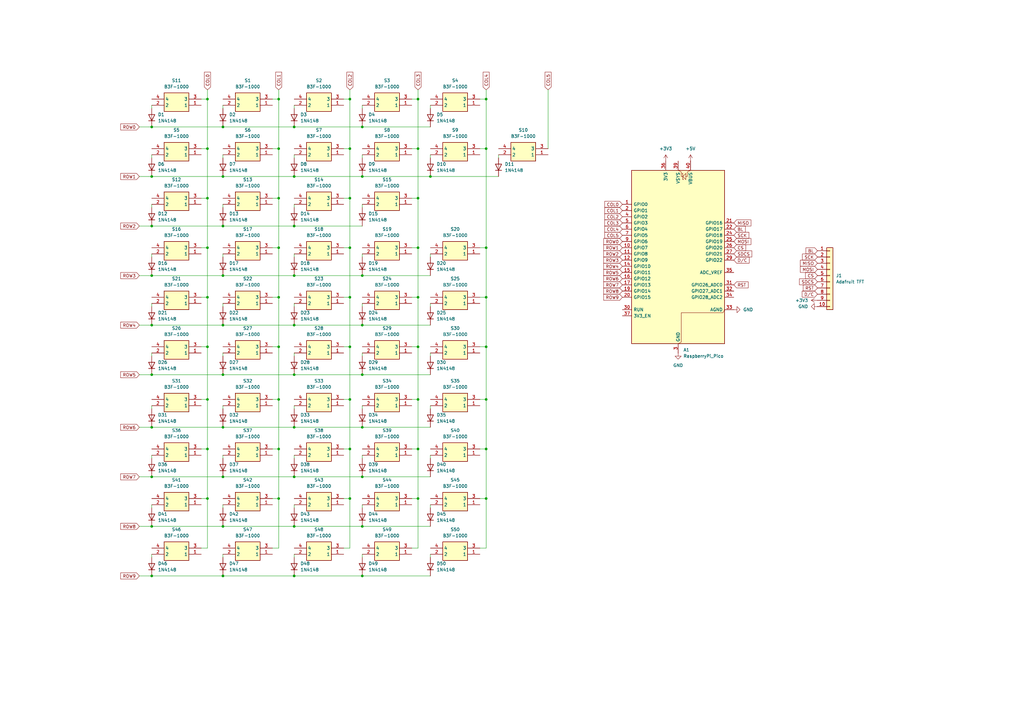
<source format=kicad_sch>
(kicad_sch (version 20250114) (generator "eeschema") (generator_version "9.0")
  (paper "A3")
  (title_block (title "Graphite") (date "2025-06-03") (rev "A"))
  (junction (at 114.3 142.24))
  (junction (at 148.59 72.39))
  (junction (at 199.39 121.92))
  (junction (at 120.65 52.07))
  (junction (at 85.09 60.96))
  (junction (at 143.51 142.24))
  (junction (at 91.44 72.39))
  (junction (at 199.39 142.24))
  (junction (at 85.09 101.6))
  (junction (at 171.45 142.24))
  (junction (at 120.65 153.67))
  (junction (at 62.23 133.35))
  (junction (at 199.39 163.83))
  (junction (at 143.51 81.28))
  (junction (at 143.51 204.47))
  (junction (at 114.3 121.92))
  (junction (at 171.45 163.83))
  (junction (at 114.3 184.15))
  (junction (at 62.23 72.39))
  (junction (at 171.45 81.28))
  (junction (at 91.44 215.9))
  (junction (at 143.51 163.83))
  (junction (at 62.23 175.26))
  (junction (at 120.65 175.26))
  (junction (at 62.23 92.71))
  (junction (at 171.45 204.47))
  (junction (at 143.51 101.6))
  (junction (at 85.09 81.28))
  (junction (at 120.65 236.22))
  (junction (at 199.39 40.64))
  (junction (at 91.44 195.58))
  (junction (at 62.23 215.9))
  (junction (at 199.39 184.15))
  (junction (at 199.39 204.47))
  (junction (at 171.45 40.64))
  (junction (at 114.3 163.83))
  (junction (at 85.09 142.24))
  (junction (at 120.65 133.35))
  (junction (at 199.39 60.96))
  (junction (at 143.51 60.96))
  (junction (at 62.23 236.22))
  (junction (at 120.65 92.71))
  (junction (at 148.59 113.03))
  (junction (at 114.3 60.96))
  (junction (at 148.59 195.58))
  (junction (at 114.3 40.64))
  (junction (at 114.3 101.6))
  (junction (at 91.44 133.35))
  (junction (at 62.23 52.07))
  (junction (at 171.45 101.6))
  (junction (at 62.23 195.58))
  (junction (at 91.44 113.03))
  (junction (at 62.23 153.67))
  (junction (at 120.65 215.9))
  (junction (at 171.45 121.92))
  (junction (at 120.65 113.03))
  (junction (at 171.45 60.96))
  (junction (at 148.59 175.26))
  (junction (at 91.44 92.71))
  (junction (at 148.59 215.9))
  (junction (at 143.51 121.92))
  (junction (at 143.51 40.64))
  (junction (at 171.45 184.15))
  (junction (at 91.44 52.07))
  (junction (at 143.51 184.15))
  (junction (at 176.53 72.39))
  (junction (at 62.23 113.03))
  (junction (at 114.3 204.47))
  (junction (at 148.59 133.35))
  (junction (at 114.3 81.28))
  (junction (at 85.09 163.83))
  (junction (at 120.65 195.58))
  (junction (at 148.59 52.07))
  (junction (at 91.44 153.67))
  (junction (at 91.44 175.26))
  (junction (at 120.65 72.39))
  (junction (at 85.09 204.47))
  (junction (at 85.09 40.64))
  (junction (at 91.44 236.22))
  (junction (at 85.09 121.92))
  (junction (at 148.59 236.22))
  (junction (at 199.39 101.6))
  (junction (at 85.09 184.15))
  (junction (at 148.59 153.67))
  (wire (pts (xy 176.53 64.77) (xy 176.53 63.5)))
  (wire (pts (xy 143.51 142.24) (xy 140.97 142.24)))
  (wire (pts (xy 62.23 215.9) (xy 91.44 215.9)))
  (wire (pts (xy 57.15 92.71) (xy 62.23 92.71)))
  (wire (pts (xy 143.51 204.47) (xy 140.97 204.47)))
  (wire (pts (xy 85.09 142.24) (xy 85.09 163.83)))
  (wire (pts (xy 57.15 133.35) (xy 62.23 133.35)))
  (wire (pts (xy 120.65 105.41) (xy 120.65 104.14)))
  (wire (pts (xy 199.39 224.79) (xy 196.85 224.79)))
  (wire (pts (xy 120.65 146.05) (xy 120.65 144.78)))
  (wire (pts (xy 114.3 224.79) (xy 114.3 204.47)))
  (wire (pts (xy 148.59 72.39) (xy 176.53 72.39)))
  (wire (pts (xy 62.23 146.05) (xy 62.23 144.78)))
  (wire (pts (xy 91.44 175.26) (xy 120.65 175.26)))
  (wire (pts (xy 176.53 208.28) (xy 176.53 207.01)))
  (wire (pts (xy 91.44 64.77) (xy 91.44 63.5)))
  (wire (pts (xy 91.44 44.45) (xy 91.44 43.18)))
  (wire (pts (xy 114.3 184.15) (xy 111.76 184.15)))
  (wire (pts (xy 85.09 101.6) (xy 82.55 101.6)))
  (wire (pts (xy 176.53 105.41) (xy 176.53 104.14)))
  (wire (pts (xy 148.59 208.28) (xy 148.59 207.01)))
  (wire (pts (xy 120.65 236.22) (xy 148.59 236.22)))
  (wire (pts (xy 91.44 133.35) (xy 120.65 133.35)))
  (wire (pts (xy 143.51 142.24) (xy 143.51 163.83)))
  (wire (pts (xy 171.45 204.47) (xy 168.91 204.47)))
  (wire (pts (xy 114.3 204.47) (xy 111.76 204.47)))
  (wire (pts (xy 111.76 224.79) (xy 114.3 224.79)))
  (wire (pts (xy 176.53 187.96) (xy 176.53 186.69)))
  (wire (pts (xy 143.51 36.83) (xy 143.51 40.64)))
  (wire (pts (xy 143.51 101.6) (xy 140.97 101.6)))
  (wire (pts (xy 91.44 113.03) (xy 120.65 113.03)))
  (wire (pts (xy 114.3 60.96) (xy 111.76 60.96)))
  (wire (pts (xy 171.45 101.6) (xy 171.45 81.28)))
  (wire (pts (xy 57.15 72.39) (xy 62.23 72.39)))
  (wire (pts (xy 199.39 142.24) (xy 199.39 163.83)))
  (wire (pts (xy 62.23 64.77) (xy 62.23 63.5)))
  (wire (pts (xy 171.45 81.28) (xy 171.45 60.96)))
  (wire (pts (xy 120.65 195.58) (xy 148.59 195.58)))
  (wire (pts (xy 114.3 184.15) (xy 114.3 163.83)))
  (wire (pts (xy 85.09 40.64) (xy 85.09 60.96)))
  (wire (pts (xy 91.44 236.22) (xy 120.65 236.22)))
  (wire (pts (xy 143.51 60.96) (xy 143.51 81.28)))
  (wire (pts (xy 176.53 167.64) (xy 176.53 166.37)))
  (wire (pts (xy 85.09 81.28) (xy 82.55 81.28)))
  (wire (pts (xy 148.59 195.58) (xy 176.53 195.58)))
  (wire (pts (xy 171.45 121.92) (xy 171.45 101.6)))
  (wire (pts (xy 148.59 187.96) (xy 148.59 186.69)))
  (wire (pts (xy 120.65 64.77) (xy 120.65 63.5)))
  (wire (pts (xy 143.51 224.79) (xy 140.97 224.79)))
  (wire (pts (xy 62.23 133.35) (xy 91.44 133.35)))
  (wire (pts (xy 171.45 204.47) (xy 171.45 184.15)))
  (wire (pts (xy 85.09 60.96) (xy 82.55 60.96)))
  (wire (pts (xy 148.59 113.03) (xy 176.53 113.03)))
  (wire (pts (xy 62.23 175.26) (xy 91.44 175.26)))
  (wire (pts (xy 114.3 142.24) (xy 114.3 121.92)))
  (wire (pts (xy 114.3 163.83) (xy 114.3 142.24)))
  (wire (pts (xy 171.45 142.24) (xy 168.91 142.24)))
  (wire (pts (xy 199.39 101.6) (xy 199.39 121.92)))
  (wire (pts (xy 171.45 40.64) (xy 168.91 40.64)))
  (wire (pts (xy 114.3 163.83) (xy 111.76 163.83)))
  (wire (pts (xy 62.23 72.39) (xy 91.44 72.39)))
  (wire (pts (xy 148.59 85.09) (xy 148.59 83.82)))
  (wire (pts (xy 85.09 224.79) (xy 82.55 224.79)))
  (wire (pts (xy 85.09 204.47) (xy 85.09 224.79)))
  (wire (pts (xy 120.65 85.09) (xy 120.65 83.82)))
  (wire (pts (xy 176.53 44.45) (xy 176.53 43.18)))
  (wire (pts (xy 85.09 36.83) (xy 85.09 40.64)))
  (wire (pts (xy 148.59 125.73) (xy 148.59 124.46)))
  (wire (pts (xy 57.15 195.58) (xy 62.23 195.58)))
  (wire (pts (xy 143.51 163.83) (xy 143.51 184.15)))
  (wire (pts (xy 62.23 52.07) (xy 91.44 52.07)))
  (wire (pts (xy 120.65 228.6) (xy 120.65 227.33)))
  (wire (pts (xy 148.59 167.64) (xy 148.59 166.37)))
  (wire (pts (xy 114.3 121.92) (xy 114.3 101.6)))
  (wire (pts (xy 120.65 92.71) (xy 148.59 92.71)))
  (wire (pts (xy 91.44 85.09) (xy 91.44 83.82)))
  (wire (pts (xy 57.15 236.22) (xy 62.23 236.22)))
  (wire (pts (xy 120.65 44.45) (xy 120.65 43.18)))
  (wire (pts (xy 85.09 204.47) (xy 82.55 204.47)))
  (wire (pts (xy 114.3 121.92) (xy 111.76 121.92)))
  (wire (pts (xy 91.44 195.58) (xy 120.65 195.58)))
  (wire (pts (xy 199.39 40.64) (xy 199.39 60.96)))
  (wire (pts (xy 171.45 224.79) (xy 171.45 204.47)))
  (wire (pts (xy 120.65 215.9) (xy 148.59 215.9)))
  (wire (pts (xy 176.53 125.73) (xy 176.53 124.46)))
  (wire (pts (xy 204.47 64.77) (xy 204.47 63.5)))
  (wire (pts (xy 171.45 142.24) (xy 171.45 121.92)))
  (wire (pts (xy 91.44 125.73) (xy 91.44 124.46)))
  (wire (pts (xy 114.3 40.64) (xy 111.76 40.64)))
  (wire (pts (xy 120.65 167.64) (xy 120.65 166.37)))
  (wire (pts (xy 120.65 153.67) (xy 148.59 153.67)))
  (wire (pts (xy 114.3 36.83) (xy 114.3 40.64)))
  (wire (pts (xy 224.79 36.83) (xy 224.79 60.96)))
  (wire (pts (xy 62.23 236.22) (xy 91.44 236.22)))
  (wire (pts (xy 148.59 236.22) (xy 176.53 236.22)))
  (wire (pts (xy 62.23 228.6) (xy 62.23 227.33)))
  (wire (pts (xy 143.51 121.92) (xy 140.97 121.92)))
  (wire (pts (xy 62.23 113.03) (xy 91.44 113.03)))
  (wire (pts (xy 85.09 184.15) (xy 85.09 204.47)))
  (wire (pts (xy 176.53 72.39) (xy 204.47 72.39)))
  (wire (pts (xy 62.23 153.67) (xy 91.44 153.67)))
  (wire (pts (xy 114.3 101.6) (xy 111.76 101.6)))
  (wire (pts (xy 168.91 224.79) (xy 171.45 224.79)))
  (wire (pts (xy 111.76 81.28) (xy 114.3 81.28)))
  (wire (pts (xy 143.51 204.47) (xy 143.51 224.79)))
  (wire (pts (xy 120.65 113.03) (xy 148.59 113.03)))
  (wire (pts (xy 199.39 204.47) (xy 196.85 204.47)))
  (wire (pts (xy 85.09 60.96) (xy 85.09 81.28)))
  (wire (pts (xy 199.39 101.6) (xy 196.85 101.6)))
  (wire (pts (xy 62.23 105.41) (xy 62.23 104.14)))
  (wire (pts (xy 85.09 142.24) (xy 82.55 142.24)))
  (wire (pts (xy 199.39 36.83) (xy 199.39 40.64)))
  (wire (pts (xy 120.65 187.96) (xy 120.65 186.69)))
  (wire (pts (xy 120.65 175.26) (xy 148.59 175.26)))
  (wire (pts (xy 85.09 163.83) (xy 82.55 163.83)))
  (wire (pts (xy 148.59 105.41) (xy 148.59 104.14)))
  (wire (pts (xy 143.51 184.15) (xy 140.97 184.15)))
  (wire (pts (xy 91.44 167.64) (xy 91.44 166.37)))
  (wire (pts (xy 85.09 121.92) (xy 85.09 142.24)))
  (wire (pts (xy 62.23 167.64) (xy 62.23 166.37)))
  (wire (pts (xy 57.15 175.26) (xy 62.23 175.26)))
  (wire (pts (xy 57.15 52.07) (xy 62.23 52.07)))
  (wire (pts (xy 171.45 81.28) (xy 168.91 81.28)))
  (wire (pts (xy 148.59 215.9) (xy 176.53 215.9)))
  (wire (pts (xy 120.65 52.07) (xy 148.59 52.07)))
  (wire (pts (xy 120.65 125.73) (xy 120.65 124.46)))
  (wire (pts (xy 114.3 81.28) (xy 114.3 101.6)))
  (wire (pts (xy 148.59 146.05) (xy 148.59 144.78)))
  (wire (pts (xy 143.51 81.28) (xy 140.97 81.28)))
  (wire (pts (xy 62.23 92.71) (xy 91.44 92.71)))
  (wire (pts (xy 176.53 146.05) (xy 176.53 144.78)))
  (wire (pts (xy 143.51 81.28) (xy 143.51 101.6)))
  (wire (pts (xy 199.39 142.24) (xy 196.85 142.24)))
  (wire (pts (xy 120.65 133.35) (xy 148.59 133.35)))
  (wire (pts (xy 91.44 208.28) (xy 91.44 207.01)))
  (wire (pts (xy 91.44 215.9) (xy 120.65 215.9)))
  (wire (pts (xy 148.59 133.35) (xy 176.53 133.35)))
  (wire (pts (xy 171.45 184.15) (xy 171.45 163.83)))
  (wire (pts (xy 85.09 184.15) (xy 82.55 184.15)))
  (wire (pts (xy 82.55 40.64) (xy 85.09 40.64)))
  (wire (pts (xy 143.51 101.6) (xy 143.51 121.92)))
  (wire (pts (xy 62.23 85.09) (xy 62.23 83.82)))
  (wire (pts (xy 91.44 146.05) (xy 91.44 144.78)))
  (wire (pts (xy 62.23 125.73) (xy 62.23 124.46)))
  (wire (pts (xy 171.45 121.92) (xy 168.91 121.92)))
  (wire (pts (xy 120.65 72.39) (xy 148.59 72.39)))
  (wire (pts (xy 199.39 163.83) (xy 199.39 184.15)))
  (wire (pts (xy 148.59 153.67) (xy 176.53 153.67)))
  (wire (pts (xy 120.65 208.28) (xy 120.65 207.01)))
  (wire (pts (xy 199.39 184.15) (xy 196.85 184.15)))
  (wire (pts (xy 62.23 187.96) (xy 62.23 186.69)))
  (wire (pts (xy 91.44 92.71) (xy 120.65 92.71)))
  (wire (pts (xy 91.44 187.96) (xy 91.44 186.69)))
  (wire (pts (xy 143.51 163.83) (xy 140.97 163.83)))
  (wire (pts (xy 85.09 121.92) (xy 82.55 121.92)))
  (wire (pts (xy 140.97 40.64) (xy 143.51 40.64)))
  (wire (pts (xy 199.39 184.15) (xy 199.39 204.47)))
  (wire (pts (xy 196.85 40.64) (xy 199.39 40.64)))
  (wire (pts (xy 85.09 101.6) (xy 85.09 121.92)))
  (wire (pts (xy 176.53 228.6) (xy 176.53 227.33)))
  (wire (pts (xy 148.59 175.26) (xy 176.53 175.26)))
  (wire (pts (xy 171.45 163.83) (xy 168.91 163.83)))
  (wire (pts (xy 114.3 81.28) (xy 114.3 60.96)))
  (wire (pts (xy 148.59 44.45) (xy 148.59 43.18)))
  (wire (pts (xy 140.97 60.96) (xy 143.51 60.96)))
  (wire (pts (xy 114.3 204.47) (xy 114.3 184.15)))
  (wire (pts (xy 57.15 153.67) (xy 62.23 153.67)))
  (wire (pts (xy 171.45 60.96) (xy 168.91 60.96)))
  (wire (pts (xy 91.44 228.6) (xy 91.44 227.33)))
  (wire (pts (xy 199.39 121.92) (xy 196.85 121.92)))
  (wire (pts (xy 62.23 44.45) (xy 62.23 43.18)))
  (wire (pts (xy 148.59 228.6) (xy 148.59 227.33)))
  (wire (pts (xy 57.15 113.03) (xy 62.23 113.03)))
  (wire (pts (xy 199.39 121.92) (xy 199.39 142.24)))
  (wire (pts (xy 199.39 163.83) (xy 196.85 163.83)))
  (wire (pts (xy 168.91 101.6) (xy 171.45 101.6)))
  (wire (pts (xy 62.23 208.28) (xy 62.23 207.01)))
  (wire (pts (xy 114.3 142.24) (xy 111.76 142.24)))
  (wire (pts (xy 85.09 163.83) (xy 85.09 184.15)))
  (wire (pts (xy 171.45 36.83) (xy 171.45 40.64)))
  (wire (pts (xy 199.39 204.47) (xy 199.39 224.79)))
  (wire (pts (xy 199.39 60.96) (xy 199.39 101.6)))
  (wire (pts (xy 114.3 60.96) (xy 114.3 40.64)))
  (wire (pts (xy 62.23 195.58) (xy 91.44 195.58)))
  (wire (pts (xy 143.51 184.15) (xy 143.51 204.47)))
  (wire (pts (xy 57.15 215.9) (xy 62.23 215.9)))
  (wire (pts (xy 168.91 184.15) (xy 171.45 184.15)))
  (wire (pts (xy 91.44 72.39) (xy 120.65 72.39)))
  (wire (pts (xy 91.44 105.41) (xy 91.44 104.14)))
  (wire (pts (xy 143.51 121.92) (xy 143.51 142.24)))
  (wire (pts (xy 171.45 163.83) (xy 171.45 142.24)))
  (wire (pts (xy 91.44 52.07) (xy 120.65 52.07)))
  (wire (pts (xy 148.59 52.07) (xy 176.53 52.07)))
  (wire (pts (xy 143.51 40.64) (xy 143.51 60.96)))
  (wire (pts (xy 199.39 60.96) (xy 196.85 60.96)))
  (wire (pts (xy 91.44 153.67) (xy 120.65 153.67)))
  (wire (pts (xy 148.59 64.77) (xy 148.59 63.5)))
  (wire (pts (xy 171.45 60.96) (xy 171.45 40.64)))
  (wire (pts (xy 85.09 81.28) (xy 85.09 101.6)))
  (global_label "SCK" (shape input) (at 300.99 96.52 0) (property "Intersheetrefs" "${INTERSHEET_REFS}" (effects (hide yes))))
  (global_label "ROW4" (shape input) (at 255.27 109.22 180) (property "Intersheetrefs" "${INTERSHEET_REFS}" (effects (hide yes))))
  (global_label "MISO" (shape input) (at 300.99 91.44 0) (property "Intersheetrefs" "${INTERSHEET_REFS}" (effects (hide yes))))
  (global_label "COL1" (shape input) (at 255.27 86.36 180) (property "Intersheetrefs" "${INTERSHEET_REFS}" (effects (hide yes))))
  (global_label "SDCS" (shape input) (at 335.28 115.57 180) (property "Intersheetrefs" "${INTERSHEET_REFS}" (effects (hide yes))))
  (global_label "COL5" (shape input) (at 255.27 96.52 180) (property "Intersheetrefs" "${INTERSHEET_REFS}" (effects (hide yes))))
  (global_label "ROW8" (shape input) (at 57.15 215.9 180) (property "Intersheetrefs" "${INTERSHEET_REFS}" (effects (hide yes))))
  (global_label "COL4" (shape input) (at 199.39 36.83 90) (property "Intersheetrefs" "${INTERSHEET_REFS}" (effects (hide yes))))
  (global_label "MOSI" (shape input) (at 300.99 99.06 0) (property "Intersheetrefs" "${INTERSHEET_REFS}" (effects (hide yes))))
  (global_label "ROW8" (shape input) (at 255.27 119.38 180) (property "Intersheetrefs" "${INTERSHEET_REFS}" (effects (hide yes))))
  (global_label "ROW7" (shape input) (at 57.15 195.58 180) (property "Intersheetrefs" "${INTERSHEET_REFS}" (effects (hide yes))))
  (global_label "RST" (shape input) (at 300.99 116.84 0) (property "Intersheetrefs" "${INTERSHEET_REFS}" (effects (hide yes))))
  (global_label "ROW5" (shape input) (at 255.27 111.76 180) (property "Intersheetrefs" "${INTERSHEET_REFS}" (effects (hide yes))))
  (global_label "D{slash}C" (shape input) (at 335.28 120.65 180) (property "Intersheetrefs" "${INTERSHEET_REFS}" (effects (hide yes))))
  (global_label "COL3" (shape input) (at 171.45 36.83 90) (property "Intersheetrefs" "${INTERSHEET_REFS}" (effects (hide yes))))
  (global_label "COL3" (shape input) (at 255.27 91.44 180) (property "Intersheetrefs" "${INTERSHEET_REFS}" (effects (hide yes))))
  (global_label "COL5" (shape input) (at 224.79 36.83 90) (property "Intersheetrefs" "${INTERSHEET_REFS}" (effects (hide yes))))
  (global_label "ROW2" (shape input) (at 255.27 104.14 180) (property "Intersheetrefs" "${INTERSHEET_REFS}" (effects (hide yes))))
  (global_label "COL0" (shape input) (at 85.09 36.83 90) (property "Intersheetrefs" "${INTERSHEET_REFS}" (effects (hide yes))))
  (global_label "COL0" (shape input) (at 255.27 83.82 180) (property "Intersheetrefs" "${INTERSHEET_REFS}" (effects (hide yes))))
  (global_label "RST" (shape input) (at 335.28 118.11 180) (property "Intersheetrefs" "${INTERSHEET_REFS}" (effects (hide yes))))
  (global_label "ROW1" (shape input) (at 255.27 101.6 180) (property "Intersheetrefs" "${INTERSHEET_REFS}" (effects (hide yes))))
  (global_label "COL2" (shape input) (at 255.27 88.9 180) (property "Intersheetrefs" "${INTERSHEET_REFS}" (effects (hide yes))))
  (global_label "ROW1" (shape input) (at 57.15 72.39 180) (property "Intersheetrefs" "${INTERSHEET_REFS}" (effects (hide yes))))
  (global_label "SCK" (shape input) (at 335.28 105.41 180) (property "Intersheetrefs" "${INTERSHEET_REFS}" (effects (hide yes))))
  (global_label "ROW0" (shape input) (at 57.15 52.07 180) (property "Intersheetrefs" "${INTERSHEET_REFS}" (effects (hide yes))))
  (global_label "ROW7" (shape input) (at 255.27 116.84 180) (property "Intersheetrefs" "${INTERSHEET_REFS}" (effects (hide yes))))
  (global_label "D{slash}C" (shape input) (at 300.99 106.68 0) (property "Intersheetrefs" "${INTERSHEET_REFS}" (effects (hide yes))))
  (global_label "MOSI" (shape input) (at 335.28 110.49 180) (property "Intersheetrefs" "${INTERSHEET_REFS}" (effects (hide yes))))
  (global_label "CS" (shape input) (at 300.99 101.6 0) (property "Intersheetrefs" "${INTERSHEET_REFS}" (effects (hide yes))))
  (global_label "BL" (shape input) (at 300.99 93.98 0) (property "Intersheetrefs" "${INTERSHEET_REFS}" (effects (hide yes))))
  (global_label "BL" (shape input) (at 335.28 102.87 180) (property "Intersheetrefs" "${INTERSHEET_REFS}" (effects (hide yes))))
  (global_label "MISO" (shape input) (at 335.28 107.95 180) (property "Intersheetrefs" "${INTERSHEET_REFS}" (effects (hide yes))))
  (global_label "CS" (shape input) (at 335.28 113.03 180) (property "Intersheetrefs" "${INTERSHEET_REFS}" (effects (hide yes))))
  (global_label "ROW4" (shape input) (at 57.15 133.35 180) (property "Intersheetrefs" "${INTERSHEET_REFS}" (effects (hide yes))))
  (global_label "ROW0" (shape input) (at 255.27 99.06 180) (property "Intersheetrefs" "${INTERSHEET_REFS}" (effects (hide yes))))
  (global_label "COL1" (shape input) (at 114.3 36.83 90) (property "Intersheetrefs" "${INTERSHEET_REFS}" (effects (hide yes))))
  (global_label "ROW3" (shape input) (at 57.15 113.03 180) (property "Intersheetrefs" "${INTERSHEET_REFS}" (effects (hide yes))))
  (global_label "COL2" (shape input) (at 143.51 36.83 90) (property "Intersheetrefs" "${INTERSHEET_REFS}" (effects (hide yes))))
  (global_label "ROW5" (shape input) (at 57.15 153.67 180) (property "Intersheetrefs" "${INTERSHEET_REFS}" (effects (hide yes))))
  (global_label "ROW9" (shape input) (at 255.27 121.92 180) (property "Intersheetrefs" "${INTERSHEET_REFS}" (effects (hide yes))))
  (global_label "ROW6" (shape input) (at 255.27 114.3 180) (property "Intersheetrefs" "${INTERSHEET_REFS}" (effects (hide yes))))
  (global_label "SDCS" (shape input) (at 300.99 104.14 0) (property "Intersheetrefs" "${INTERSHEET_REFS}" (effects (hide yes))))
  (global_label "COL4" (shape input) (at 255.27 93.98 180) (property "Intersheetrefs" "${INTERSHEET_REFS}" (effects (hide yes))))
  (global_label "ROW2" (shape input) (at 57.15 92.71 180) (property "Intersheetrefs" "${INTERSHEET_REFS}" (effects (hide yes))))
  (global_label "ROW9" (shape input) (at 57.15 236.22 180) (property "Intersheetrefs" "${INTERSHEET_REFS}" (effects (hide yes))))
  (global_label "ROW6" (shape input) (at 57.15 175.26 180) (property "Intersheetrefs" "${INTERSHEET_REFS}" (effects (hide yes))))
  (global_label "ROW3" (shape input) (at 255.27 106.68 180) (property "Intersheetrefs" "${INTERSHEET_REFS}" (effects (hide yes))))
  (symbol (lib_id "OmronB3F_1000:B3F-1000") (at 204.47 60.96 0) (unit 1)
    (property "Reference" "S10" (at 214.63 53.34 0))
    (property "Value" "B3F-1000" (at 214.63 55.88 0))
    (property "Footprint" "B3F_1000:B3F1002" (effects (hide yes)))
    (property "Datasheet" "https://www.omron.com/ecb/products/pdf/en-b3f.pdf" (effects (hide yes)))
    (property "Description" "OMRON ELECTRONIC COMPONENTS - B3F-1000 - SWITCH, SPNO, 0.05A, 24V, THT, 0.98N" (effects (hide yes)))
    (property "Mouser Part Number" "653-B3F-1000" (effects (hide yes)))
    (property "Mouser Price/Stock" "https://www.mouser.co.uk/ProductDetail/Omron-Electronics/B3F-1000?qs=lK7M36XCk6JQHckSc1xIsg%3D%3D" (effects (hide yes)))
    (property "Manufacturer_Name" "Omron Electronics" (effects (hide yes)))
    (property "Manufacturer_Part_Number" "B3F-1000" (effects (hide yes)))
  )
  (symbol (lib_id "OmronB3F_1000:B3F-1000") (at 91.44 163.83 0) (unit 1)
    (property "Reference" "S32" (at 101.6 156.21 0))
    (property "Value" "B3F-1000" (at 101.6 158.75 0))
    (property "Footprint" "B3F_1000:B3F1002" (effects (hide yes)))
    (property "Datasheet" "https://www.omron.com/ecb/products/pdf/en-b3f.pdf" (effects (hide yes)))
    (property "Description" "OMRON ELECTRONIC COMPONENTS - B3F-1000 - SWITCH, SPNO, 0.05A, 24V, THT, 0.98N" (effects (hide yes)))
    (property "Mouser Part Number" "653-B3F-1000" (effects (hide yes)))
    (property "Mouser Price/Stock" "https://www.mouser.co.uk/ProductDetail/Omron-Electronics/B3F-1000?qs=lK7M36XCk6JQHckSc1xIsg%3D%3D" (effects (hide yes)))
    (property "Manufacturer_Name" "Omron Electronics" (effects (hide yes)))
    (property "Manufacturer_Part_Number" "B3F-1000" (effects (hide yes)))
  )
  (symbol (lib_id "OmronB3F_1000:B3F-1000") (at 62.23 142.24 0) (unit 1)
    (property "Reference" "S26" (at 72.39 134.62 0))
    (property "Value" "B3F-1000" (at 72.39 137.16 0))
    (property "Footprint" "B3F_1000:B3F1002" (effects (hide yes)))
    (property "Datasheet" "https://www.omron.com/ecb/products/pdf/en-b3f.pdf" (effects (hide yes)))
    (property "Description" "OMRON ELECTRONIC COMPONENTS - B3F-1000 - SWITCH, SPNO, 0.05A, 24V, THT, 0.98N" (effects (hide yes)))
    (property "Mouser Part Number" "653-B3F-1000" (effects (hide yes)))
    (property "Mouser Price/Stock" "https://www.mouser.co.uk/ProductDetail/Omron-Electronics/B3F-1000?qs=lK7M36XCk6JQHckSc1xIsg%3D%3D" (effects (hide yes)))
    (property "Manufacturer_Name" "Omron Electronics" (effects (hide yes)))
    (property "Manufacturer_Part_Number" "B3F-1000" (effects (hide yes)))
  )
  (symbol (lib_id "Diode:1N4148") (at 148.59 232.41 90) (unit 1)
    (property "Reference" "D49" (at 151.13 231.1399 90) (effects (justify right)))
    (property "Value" "1N4148" (at 151.13 233.6799 90) (effects (justify right)))
    (property "Footprint" "Diode_THT:D_DO-35_SOD27_P7.62mm_Horizontal" (effects (hide yes)))
    (property "Datasheet" "https://assets.nexperia.com/documents/data-sheet/1N4148_1N4448.pdf" (effects (hide yes)))
    (property "Description" "100V 0.15A standard switching diode, DO-35" (effects (hide yes)))
    (property "Sim.Device" "D" (effects (hide yes)))
    (property "Sim.Pins" "1=K 2=A" (effects (hide yes)))
  )
  (symbol (lib_id "OmronB3F_1000:B3F-1000") (at 176.53 184.15 0) (unit 1)
    (property "Reference" "S40" (at 186.69 176.53 0))
    (property "Value" "B3F-1000" (at 186.69 179.07 0))
    (property "Footprint" "B3F_1000:B3F1002" (effects (hide yes)))
    (property "Datasheet" "https://www.omron.com/ecb/products/pdf/en-b3f.pdf" (effects (hide yes)))
    (property "Description" "OMRON ELECTRONIC COMPONENTS - B3F-1000 - SWITCH, SPNO, 0.05A, 24V, THT, 0.98N" (effects (hide yes)))
    (property "Mouser Part Number" "653-B3F-1000" (effects (hide yes)))
    (property "Mouser Price/Stock" "https://www.mouser.co.uk/ProductDetail/Omron-Electronics/B3F-1000?qs=lK7M36XCk6JQHckSc1xIsg%3D%3D" (effects (hide yes)))
    (property "Manufacturer_Name" "Omron Electronics" (effects (hide yes)))
    (property "Manufacturer_Part_Number" "B3F-1000" (effects (hide yes)))
  )
  (symbol (lib_id "Diode:1N4148") (at 62.23 88.9 90) (unit 1)
    (property "Reference" "D12" (at 64.77 87.6299 90) (effects (justify right)))
    (property "Value" "1N4148" (at 64.77 90.1699 90) (effects (justify right)))
    (property "Footprint" "Diode_THT:D_DO-35_SOD27_P7.62mm_Horizontal" (effects (hide yes)))
    (property "Datasheet" "https://assets.nexperia.com/documents/data-sheet/1N4148_1N4448.pdf" (effects (hide yes)))
    (property "Description" "100V 0.15A standard switching diode, DO-35" (effects (hide yes)))
    (property "Sim.Device" "D" (effects (hide yes)))
    (property "Sim.Pins" "1=K 2=A" (effects (hide yes)))
  )
  (symbol (lib_id "Diode:1N4148") (at 148.59 171.45 90) (unit 1)
    (property "Reference" "D34" (at 151.13 170.1799 90) (effects (justify right)))
    (property "Value" "1N4148" (at 151.13 172.7199 90) (effects (justify right)))
    (property "Footprint" "Diode_THT:D_DO-35_SOD27_P7.62mm_Horizontal" (effects (hide yes)))
    (property "Datasheet" "https://assets.nexperia.com/documents/data-sheet/1N4148_1N4448.pdf" (effects (hide yes)))
    (property "Description" "100V 0.15A standard switching diode, DO-35" (effects (hide yes)))
    (property "Sim.Device" "D" (effects (hide yes)))
    (property "Sim.Pins" "1=K 2=A" (effects (hide yes)))
  )
  (symbol (lib_id "OmronB3F_1000:B3F-1000") (at 62.23 81.28 0) (unit 1)
    (property "Reference" "S12" (at 72.39 73.66 0))
    (property "Value" "B3F-1000" (at 72.39 76.2 0))
    (property "Footprint" "B3F_1000:B3F1002" (effects (hide yes)))
    (property "Datasheet" "https://www.omron.com/ecb/products/pdf/en-b3f.pdf" (effects (hide yes)))
    (property "Description" "OMRON ELECTRONIC COMPONENTS - B3F-1000 - SWITCH, SPNO, 0.05A, 24V, THT, 0.98N" (effects (hide yes)))
    (property "Mouser Part Number" "653-B3F-1000" (effects (hide yes)))
    (property "Mouser Price/Stock" "https://www.mouser.co.uk/ProductDetail/Omron-Electronics/B3F-1000?qs=lK7M36XCk6JQHckSc1xIsg%3D%3D" (effects (hide yes)))
    (property "Manufacturer_Name" "Omron Electronics" (effects (hide yes)))
    (property "Manufacturer_Part_Number" "B3F-1000" (effects (hide yes)))
  )
  (symbol (lib_id "Diode:1N4148") (at 120.65 232.41 90) (unit 1)
    (property "Reference" "D48" (at 123.19 231.1399 90) (effects (justify right)))
    (property "Value" "1N4148" (at 123.19 233.6799 90) (effects (justify right)))
    (property "Footprint" "Diode_THT:D_DO-35_SOD27_P7.62mm_Horizontal" (effects (hide yes)))
    (property "Datasheet" "https://assets.nexperia.com/documents/data-sheet/1N4148_1N4448.pdf" (effects (hide yes)))
    (property "Description" "100V 0.15A standard switching diode, DO-35" (effects (hide yes)))
    (property "Sim.Device" "D" (effects (hide yes)))
    (property "Sim.Pins" "1=K 2=A" (effects (hide yes)))
  )
  (symbol (lib_id "OmronB3F_1000:B3F-1000") (at 176.53 142.24 0) (unit 1)
    (property "Reference" "S30" (at 186.69 134.62 0))
    (property "Value" "B3F-1000" (at 186.69 137.16 0))
    (property "Footprint" "B3F_1000:B3F1002" (effects (hide yes)))
    (property "Datasheet" "https://www.omron.com/ecb/products/pdf/en-b3f.pdf" (effects (hide yes)))
    (property "Description" "OMRON ELECTRONIC COMPONENTS - B3F-1000 - SWITCH, SPNO, 0.05A, 24V, THT, 0.98N" (effects (hide yes)))
    (property "Mouser Part Number" "653-B3F-1000" (effects (hide yes)))
    (property "Mouser Price/Stock" "https://www.mouser.co.uk/ProductDetail/Omron-Electronics/B3F-1000?qs=lK7M36XCk6JQHckSc1xIsg%3D%3D" (effects (hide yes)))
    (property "Manufacturer_Name" "Omron Electronics" (effects (hide yes)))
    (property "Manufacturer_Part_Number" "B3F-1000" (effects (hide yes)))
  )
  (symbol (lib_id "OmronB3F_1000:B3F-1000") (at 120.65 163.83 0) (unit 1)
    (property "Reference" "S33" (at 130.81 156.21 0))
    (property "Value" "B3F-1000" (at 130.81 158.75 0))
    (property "Footprint" "B3F_1000:B3F1002" (effects (hide yes)))
    (property "Datasheet" "https://www.omron.com/ecb/products/pdf/en-b3f.pdf" (effects (hide yes)))
    (property "Description" "OMRON ELECTRONIC COMPONENTS - B3F-1000 - SWITCH, SPNO, 0.05A, 24V, THT, 0.98N" (effects (hide yes)))
    (property "Mouser Part Number" "653-B3F-1000" (effects (hide yes)))
    (property "Mouser Price/Stock" "https://www.mouser.co.uk/ProductDetail/Omron-Electronics/B3F-1000?qs=lK7M36XCk6JQHckSc1xIsg%3D%3D" (effects (hide yes)))
    (property "Manufacturer_Name" "Omron Electronics" (effects (hide yes)))
    (property "Manufacturer_Part_Number" "B3F-1000" (effects (hide yes)))
  )
  (symbol (lib_id "power:+3V3") (at 273.05 66.04 0) (unit 1)
    (property "Reference" "#PWR04" (effects (hide yes)))
    (property "Value" "+3V3" (at 273.05 60.96 0))
    (property "Description" "Power symbol creates a global label with name \"+3V3\"" (effects (hide yes)))
  )
  (symbol (lib_id "OmronB3F_1000:B3F-1000") (at 176.53 163.83 0) (unit 1)
    (property "Reference" "S35" (at 186.69 156.21 0))
    (property "Value" "B3F-1000" (at 186.69 158.75 0))
    (property "Footprint" "B3F_1000:B3F1002" (effects (hide yes)))
    (property "Datasheet" "https://www.omron.com/ecb/products/pdf/en-b3f.pdf" (effects (hide yes)))
    (property "Description" "OMRON ELECTRONIC COMPONENTS - B3F-1000 - SWITCH, SPNO, 0.05A, 24V, THT, 0.98N" (effects (hide yes)))
    (property "Mouser Part Number" "653-B3F-1000" (effects (hide yes)))
    (property "Mouser Price/Stock" "https://www.mouser.co.uk/ProductDetail/Omron-Electronics/B3F-1000?qs=lK7M36XCk6JQHckSc1xIsg%3D%3D" (effects (hide yes)))
    (property "Manufacturer_Name" "Omron Electronics" (effects (hide yes)))
    (property "Manufacturer_Part_Number" "B3F-1000" (effects (hide yes)))
  )
  (symbol (lib_id "OmronB3F_1000:B3F-1000") (at 91.44 40.64 0) (unit 1)
    (property "Reference" "S1" (at 101.6 33.02 0))
    (property "Value" "B3F-1000" (at 101.6 35.56 0))
    (property "Footprint" "B3F_1000:B3F1002" (effects (hide yes)))
    (property "Datasheet" "https://www.omron.com/ecb/products/pdf/en-b3f.pdf" (effects (hide yes)))
    (property "Description" "OMRON ELECTRONIC COMPONENTS - B3F-1000 - SWITCH, SPNO, 0.05A, 24V, THT, 0.98N" (effects (hide yes)))
    (property "Mouser Part Number" "653-B3F-1000" (effects (hide yes)))
    (property "Mouser Price/Stock" "https://www.mouser.co.uk/ProductDetail/Omron-Electronics/B3F-1000?qs=lK7M36XCk6JQHckSc1xIsg%3D%3D" (effects (hide yes)))
    (property "Manufacturer_Name" "Omron Electronics" (effects (hide yes)))
    (property "Manufacturer_Part_Number" "B3F-1000" (effects (hide yes)))
  )
  (symbol (lib_id "Diode:1N4148") (at 62.23 212.09 90) (unit 1)
    (property "Reference" "D41" (at 64.77 210.8199 90) (effects (justify right)))
    (property "Value" "1N4148" (at 64.77 213.3599 90) (effects (justify right)))
    (property "Footprint" "Diode_THT:D_DO-35_SOD27_P7.62mm_Horizontal" (effects (hide yes)))
    (property "Datasheet" "https://assets.nexperia.com/documents/data-sheet/1N4148_1N4448.pdf" (effects (hide yes)))
    (property "Description" "100V 0.15A standard switching diode, DO-35" (effects (hide yes)))
    (property "Sim.Device" "D" (effects (hide yes)))
    (property "Sim.Pins" "1=K 2=A" (effects (hide yes)))
  )
  (symbol (lib_id "OmronB3F_1000:B3F-1000") (at 120.65 142.24 0) (unit 1)
    (property "Reference" "S28" (at 130.81 134.62 0))
    (property "Value" "B3F-1000" (at 130.81 137.16 0))
    (property "Footprint" "B3F_1000:B3F1002" (effects (hide yes)))
    (property "Datasheet" "https://www.omron.com/ecb/products/pdf/en-b3f.pdf" (effects (hide yes)))
    (property "Description" "OMRON ELECTRONIC COMPONENTS - B3F-1000 - SWITCH, SPNO, 0.05A, 24V, THT, 0.98N" (effects (hide yes)))
    (property "Mouser Part Number" "653-B3F-1000" (effects (hide yes)))
    (property "Mouser Price/Stock" "https://www.mouser.co.uk/ProductDetail/Omron-Electronics/B3F-1000?qs=lK7M36XCk6JQHckSc1xIsg%3D%3D" (effects (hide yes)))
    (property "Manufacturer_Name" "Omron Electronics" (effects (hide yes)))
    (property "Manufacturer_Part_Number" "B3F-1000" (effects (hide yes)))
  )
  (symbol (lib_id "Diode:1N4148") (at 120.65 68.58 90) (unit 1)
    (property "Reference" "D8" (at 123.19 67.3099 90) (effects (justify right)))
    (property "Value" "1N4148" (at 123.19 69.8499 90) (effects (justify right)))
    (property "Footprint" "Diode_THT:D_DO-35_SOD27_P7.62mm_Horizontal" (effects (hide yes)))
    (property "Datasheet" "https://assets.nexperia.com/documents/data-sheet/1N4148_1N4448.pdf" (effects (hide yes)))
    (property "Description" "100V 0.15A standard switching diode, DO-35" (effects (hide yes)))
    (property "Sim.Device" "D" (effects (hide yes)))
    (property "Sim.Pins" "1=K 2=A" (effects (hide yes)))
  )
  (symbol (lib_id "OmronB3F_1000:B3F-1000") (at 148.59 60.96 0) (unit 1)
    (property "Reference" "S8" (at 158.75 53.34 0))
    (property "Value" "B3F-1000" (at 158.75 55.88 0))
    (property "Footprint" "B3F_1000:B3F1002" (effects (hide yes)))
    (property "Datasheet" "https://www.omron.com/ecb/products/pdf/en-b3f.pdf" (effects (hide yes)))
    (property "Description" "OMRON ELECTRONIC COMPONENTS - B3F-1000 - SWITCH, SPNO, 0.05A, 24V, THT, 0.98N" (effects (hide yes)))
    (property "Mouser Part Number" "653-B3F-1000" (effects (hide yes)))
    (property "Mouser Price/Stock" "https://www.mouser.co.uk/ProductDetail/Omron-Electronics/B3F-1000?qs=lK7M36XCk6JQHckSc1xIsg%3D%3D" (effects (hide yes)))
    (property "Manufacturer_Name" "Omron Electronics" (effects (hide yes)))
    (property "Manufacturer_Part_Number" "B3F-1000" (effects (hide yes)))
  )
  (symbol (lib_id "OmronB3F_1000:B3F-1000") (at 120.65 101.6 0) (unit 1)
    (property "Reference" "S18" (at 130.81 93.98 0))
    (property "Value" "B3F-1000" (at 130.81 96.52 0))
    (property "Footprint" "B3F_1000:B3F1002" (effects (hide yes)))
    (property "Datasheet" "https://www.omron.com/ecb/products/pdf/en-b3f.pdf" (effects (hide yes)))
    (property "Description" "OMRON ELECTRONIC COMPONENTS - B3F-1000 - SWITCH, SPNO, 0.05A, 24V, THT, 0.98N" (effects (hide yes)))
    (property "Mouser Part Number" "653-B3F-1000" (effects (hide yes)))
    (property "Mouser Price/Stock" "https://www.mouser.co.uk/ProductDetail/Omron-Electronics/B3F-1000?qs=lK7M36XCk6JQHckSc1xIsg%3D%3D" (effects (hide yes)))
    (property "Manufacturer_Name" "Omron Electronics" (effects (hide yes)))
    (property "Manufacturer_Part_Number" "B3F-1000" (effects (hide yes)))
  )
  (symbol (lib_id "Diode:1N4148") (at 62.23 191.77 90) (unit 1)
    (property "Reference" "D36" (at 64.77 190.4999 90) (effects (justify right)))
    (property "Value" "1N4148" (at 64.77 193.0399 90) (effects (justify right)))
    (property "Footprint" "Diode_THT:D_DO-35_SOD27_P7.62mm_Horizontal" (effects (hide yes)))
    (property "Datasheet" "https://assets.nexperia.com/documents/data-sheet/1N4148_1N4448.pdf" (effects (hide yes)))
    (property "Description" "100V 0.15A standard switching diode, DO-35" (effects (hide yes)))
    (property "Sim.Device" "D" (effects (hide yes)))
    (property "Sim.Pins" "1=K 2=A" (effects (hide yes)))
  )
  (symbol (lib_id "Diode:1N4148") (at 120.65 48.26 90) (unit 1)
    (property "Reference" "D3" (at 123.19 46.9899 90) (effects (justify right)))
    (property "Value" "1N4148" (at 123.19 49.5299 90) (effects (justify right)))
    (property "Footprint" "Diode_THT:D_DO-35_SOD27_P7.62mm_Horizontal" (effects (hide yes)))
    (property "Datasheet" "https://assets.nexperia.com/documents/data-sheet/1N4148_1N4448.pdf" (effects (hide yes)))
    (property "Description" "100V 0.15A standard switching diode, DO-35" (effects (hide yes)))
    (property "Sim.Device" "D" (effects (hide yes)))
    (property "Sim.Pins" "1=K 2=A" (effects (hide yes)))
  )
  (symbol (lib_id "Diode:1N4148") (at 120.65 149.86 90) (unit 1)
    (property "Reference" "D28" (at 123.19 148.5899 90) (effects (justify right)))
    (property "Value" "1N4148" (at 123.19 151.1299 90) (effects (justify right)))
    (property "Footprint" "Diode_THT:D_DO-35_SOD27_P7.62mm_Horizontal" (effects (hide yes)))
    (property "Datasheet" "https://assets.nexperia.com/documents/data-sheet/1N4148_1N4448.pdf" (effects (hide yes)))
    (property "Description" "100V 0.15A standard switching diode, DO-35" (effects (hide yes)))
    (property "Sim.Device" "D" (effects (hide yes)))
    (property "Sim.Pins" "1=K 2=A" (effects (hide yes)))
  )
  (symbol (lib_id "Diode:1N4148") (at 176.53 129.54 90) (unit 1)
    (property "Reference" "D25" (at 179.07 128.2699 90) (effects (justify right)))
    (property "Value" "1N4148" (at 179.07 130.8099 90) (effects (justify right)))
    (property "Footprint" "Diode_THT:D_DO-35_SOD27_P7.62mm_Horizontal" (effects (hide yes)))
    (property "Datasheet" "https://assets.nexperia.com/documents/data-sheet/1N4148_1N4448.pdf" (effects (hide yes)))
    (property "Description" "100V 0.15A standard switching diode, DO-35" (effects (hide yes)))
    (property "Sim.Device" "D" (effects (hide yes)))
    (property "Sim.Pins" "1=K 2=A" (effects (hide yes)))
  )
  (symbol (lib_id "OmronB3F_1000:B3F-1000") (at 148.59 204.47 0) (unit 1)
    (property "Reference" "S44" (at 158.75 196.85 0))
    (property "Value" "B3F-1000" (at 158.75 199.39 0))
    (property "Footprint" "B3F_1000:B3F1002" (effects (hide yes)))
    (property "Datasheet" "https://www.omron.com/ecb/products/pdf/en-b3f.pdf" (effects (hide yes)))
    (property "Description" "OMRON ELECTRONIC COMPONENTS - B3F-1000 - SWITCH, SPNO, 0.05A, 24V, THT, 0.98N" (effects (hide yes)))
    (property "Mouser Part Number" "653-B3F-1000" (effects (hide yes)))
    (property "Mouser Price/Stock" "https://www.mouser.co.uk/ProductDetail/Omron-Electronics/B3F-1000?qs=lK7M36XCk6JQHckSc1xIsg%3D%3D" (effects (hide yes)))
    (property "Manufacturer_Name" "Omron Electronics" (effects (hide yes)))
    (property "Manufacturer_Part_Number" "B3F-1000" (effects (hide yes)))
  )
  (symbol (lib_id "Diode:1N4148") (at 176.53 191.77 90) (unit 1)
    (property "Reference" "D40" (at 179.07 190.4999 90) (effects (justify right)))
    (property "Value" "1N4148" (at 179.07 193.0399 90) (effects (justify right)))
    (property "Footprint" "Diode_THT:D_DO-35_SOD27_P7.62mm_Horizontal" (effects (hide yes)))
    (property "Datasheet" "https://assets.nexperia.com/documents/data-sheet/1N4148_1N4448.pdf" (effects (hide yes)))
    (property "Description" "100V 0.15A standard switching diode, DO-35" (effects (hide yes)))
    (property "Sim.Device" "D" (effects (hide yes)))
    (property "Sim.Pins" "1=K 2=A" (effects (hide yes)))
  )
  (symbol (lib_id "power:GND") (at 300.99 127 90) (unit 1)
    (property "Reference" "#PWR06" (effects (hide yes)))
    (property "Value" "GND" (at 304.8 126.9999 90) (effects (justify right)))
    (property "Description" "Power symbol creates a global label with name \"GND\" , ground" (effects (hide yes)))
  )
  (symbol (lib_id "Diode:1N4148") (at 62.23 149.86 90) (unit 1)
    (property "Reference" "D26" (at 64.77 148.5899 90) (effects (justify right)))
    (property "Value" "1N4148" (at 64.77 151.1299 90) (effects (justify right)))
    (property "Footprint" "Diode_THT:D_DO-35_SOD27_P7.62mm_Horizontal" (effects (hide yes)))
    (property "Datasheet" "https://assets.nexperia.com/documents/data-sheet/1N4148_1N4448.pdf" (effects (hide yes)))
    (property "Description" "100V 0.15A standard switching diode, DO-35" (effects (hide yes)))
    (property "Sim.Device" "D" (effects (hide yes)))
    (property "Sim.Pins" "1=K 2=A" (effects (hide yes)))
  )
  (symbol (lib_id "OmronB3F_1000:B3F-1000") (at 120.65 204.47 0) (unit 1)
    (property "Reference" "S43" (at 130.81 196.85 0))
    (property "Value" "B3F-1000" (at 130.81 199.39 0))
    (property "Footprint" "B3F_1000:B3F1002" (effects (hide yes)))
    (property "Datasheet" "https://www.omron.com/ecb/products/pdf/en-b3f.pdf" (effects (hide yes)))
    (property "Description" "OMRON ELECTRONIC COMPONENTS - B3F-1000 - SWITCH, SPNO, 0.05A, 24V, THT, 0.98N" (effects (hide yes)))
    (property "Mouser Part Number" "653-B3F-1000" (effects (hide yes)))
    (property "Mouser Price/Stock" "https://www.mouser.co.uk/ProductDetail/Omron-Electronics/B3F-1000?qs=lK7M36XCk6JQHckSc1xIsg%3D%3D" (effects (hide yes)))
    (property "Manufacturer_Name" "Omron Electronics" (effects (hide yes)))
    (property "Manufacturer_Part_Number" "B3F-1000" (effects (hide yes)))
  )
  (symbol (lib_id "Diode:1N4148") (at 176.53 171.45 90) (unit 1)
    (property "Reference" "D35" (at 179.07 170.1799 90) (effects (justify right)))
    (property "Value" "1N4148" (at 179.07 172.7199 90) (effects (justify right)))
    (property "Footprint" "Diode_THT:D_DO-35_SOD27_P7.62mm_Horizontal" (effects (hide yes)))
    (property "Datasheet" "https://assets.nexperia.com/documents/data-sheet/1N4148_1N4448.pdf" (effects (hide yes)))
    (property "Description" "100V 0.15A standard switching diode, DO-35" (effects (hide yes)))
    (property "Sim.Device" "D" (effects (hide yes)))
    (property "Sim.Pins" "1=K 2=A" (effects (hide yes)))
  )
  (symbol (lib_id "Diode:1N4148") (at 204.47 68.58 90) (unit 1)
    (property "Reference" "D11" (at 207.01 67.3099 90) (effects (justify right)))
    (property "Value" "1N4148" (at 207.01 69.8499 90) (effects (justify right)))
    (property "Footprint" "Diode_THT:D_DO-35_SOD27_P7.62mm_Horizontal" (effects (hide yes)))
    (property "Datasheet" "https://assets.nexperia.com/documents/data-sheet/1N4148_1N4448.pdf" (effects (hide yes)))
    (property "Description" "100V 0.15A standard switching diode, DO-35" (effects (hide yes)))
    (property "Sim.Device" "D" (effects (hide yes)))
    (property "Sim.Pins" "1=K 2=A" (effects (hide yes)))
  )
  (symbol (lib_id "Diode:1N4148") (at 148.59 212.09 90) (unit 1)
    (property "Reference" "D44" (at 151.13 210.8199 90) (effects (justify right)))
    (property "Value" "1N4148" (at 151.13 213.3599 90) (effects (justify right)))
    (property "Footprint" "Diode_THT:D_DO-35_SOD27_P7.62mm_Horizontal" (effects (hide yes)))
    (property "Datasheet" "https://assets.nexperia.com/documents/data-sheet/1N4148_1N4448.pdf" (effects (hide yes)))
    (property "Description" "100V 0.15A standard switching diode, DO-35" (effects (hide yes)))
    (property "Sim.Device" "D" (effects (hide yes)))
    (property "Sim.Pins" "1=K 2=A" (effects (hide yes)))
  )
  (symbol (lib_id "OmronB3F_1000:B3F-1000") (at 120.65 81.28 0) (unit 1)
    (property "Reference" "S14" (at 130.81 73.66 0))
    (property "Value" "B3F-1000" (at 130.81 76.2 0))
    (property "Footprint" "B3F_1000:B3F1002" (effects (hide yes)))
    (property "Datasheet" "https://www.omron.com/ecb/products/pdf/en-b3f.pdf" (effects (hide yes)))
    (property "Description" "OMRON ELECTRONIC COMPONENTS - B3F-1000 - SWITCH, SPNO, 0.05A, 24V, THT, 0.98N" (effects (hide yes)))
    (property "Mouser Part Number" "653-B3F-1000" (effects (hide yes)))
    (property "Mouser Price/Stock" "https://www.mouser.co.uk/ProductDetail/Omron-Electronics/B3F-1000?qs=lK7M36XCk6JQHckSc1xIsg%3D%3D" (effects (hide yes)))
    (property "Manufacturer_Name" "Omron Electronics" (effects (hide yes)))
    (property "Manufacturer_Part_Number" "B3F-1000" (effects (hide yes)))
  )
  (symbol (lib_id "Diode:1N4148") (at 176.53 48.26 90) (unit 1)
    (property "Reference" "D5" (at 179.07 46.9899 90) (effects (justify right)))
    (property "Value" "1N4148" (at 179.07 49.5299 90) (effects (justify right)))
    (property "Footprint" "Diode_THT:D_DO-35_SOD27_P7.62mm_Horizontal" (effects (hide yes)))
    (property "Datasheet" "https://assets.nexperia.com/documents/data-sheet/1N4148_1N4448.pdf" (effects (hide yes)))
    (property "Description" "100V 0.15A standard switching diode, DO-35" (effects (hide yes)))
    (property "Sim.Device" "D" (effects (hide yes)))
    (property "Sim.Pins" "1=K 2=A" (effects (hide yes)))
  )
  (symbol (lib_id "power:GND") (at 278.13 144.78 0) (unit 1)
    (property "Reference" "#PWR01" (effects (hide yes)))
    (property "Value" "GND" (at 278.13 149.86 0))
    (property "Description" "Power symbol creates a global label with name \"GND\" , ground" (effects (hide yes)))
  )
  (symbol (lib_id "OmronB3F_1000:B3F-1000") (at 120.65 121.92 0) (unit 1)
    (property "Reference" "S23" (at 130.81 114.3 0))
    (property "Value" "B3F-1000" (at 130.81 116.84 0))
    (property "Footprint" "B3F_1000:B3F1002" (effects (hide yes)))
    (property "Datasheet" "https://www.omron.com/ecb/products/pdf/en-b3f.pdf" (effects (hide yes)))
    (property "Description" "OMRON ELECTRONIC COMPONENTS - B3F-1000 - SWITCH, SPNO, 0.05A, 24V, THT, 0.98N" (effects (hide yes)))
    (property "Mouser Part Number" "653-B3F-1000" (effects (hide yes)))
    (property "Mouser Price/Stock" "https://www.mouser.co.uk/ProductDetail/Omron-Electronics/B3F-1000?qs=lK7M36XCk6JQHckSc1xIsg%3D%3D" (effects (hide yes)))
    (property "Manufacturer_Name" "Omron Electronics" (effects (hide yes)))
    (property "Manufacturer_Part_Number" "B3F-1000" (effects (hide yes)))
  )
  (symbol (lib_id "Diode:1N4148") (at 148.59 68.58 90) (unit 1)
    (property "Reference" "D9" (at 151.13 67.3099 90) (effects (justify right)))
    (property "Value" "1N4148" (at 151.13 69.8499 90) (effects (justify right)))
    (property "Footprint" "Diode_THT:D_DO-35_SOD27_P7.62mm_Horizontal" (effects (hide yes)))
    (property "Datasheet" "https://assets.nexperia.com/documents/data-sheet/1N4148_1N4448.pdf" (effects (hide yes)))
    (property "Description" "100V 0.15A standard switching diode, DO-35" (effects (hide yes)))
    (property "Sim.Device" "D" (effects (hide yes)))
    (property "Sim.Pins" "1=K 2=A" (effects (hide yes)))
  )
  (symbol (lib_id "Diode:1N4148") (at 62.23 68.58 90) (unit 1)
    (property "Reference" "D6" (at 64.77 67.3099 90) (effects (justify right)))
    (property "Value" "1N4148" (at 64.77 69.8499 90) (effects (justify right)))
    (property "Footprint" "Diode_THT:D_DO-35_SOD27_P7.62mm_Horizontal" (effects (hide yes)))
    (property "Datasheet" "https://assets.nexperia.com/documents/data-sheet/1N4148_1N4448.pdf" (effects (hide yes)))
    (property "Description" "100V 0.15A standard switching diode, DO-35" (effects (hide yes)))
    (property "Sim.Device" "D" (effects (hide yes)))
    (property "Sim.Pins" "1=K 2=A" (effects (hide yes)))
  )
  (symbol (lib_id "OmronB3F_1000:B3F-1000") (at 91.44 142.24 0) (unit 1)
    (property "Reference" "S27" (at 101.6 134.62 0))
    (property "Value" "B3F-1000" (at 101.6 137.16 0))
    (property "Footprint" "B3F_1000:B3F1002" (effects (hide yes)))
    (property "Datasheet" "https://www.omron.com/ecb/products/pdf/en-b3f.pdf" (effects (hide yes)))
    (property "Description" "OMRON ELECTRONIC COMPONENTS - B3F-1000 - SWITCH, SPNO, 0.05A, 24V, THT, 0.98N" (effects (hide yes)))
    (property "Mouser Part Number" "653-B3F-1000" (effects (hide yes)))
    (property "Mouser Price/Stock" "https://www.mouser.co.uk/ProductDetail/Omron-Electronics/B3F-1000?qs=lK7M36XCk6JQHckSc1xIsg%3D%3D" (effects (hide yes)))
    (property "Manufacturer_Name" "Omron Electronics" (effects (hide yes)))
    (property "Manufacturer_Part_Number" "B3F-1000" (effects (hide yes)))
  )
  (symbol (lib_id "OmronB3F_1000:B3F-1000") (at 62.23 121.92 0) (unit 1)
    (property "Reference" "S21" (at 72.39 114.3 0))
    (property "Value" "B3F-1000" (at 72.39 116.84 0))
    (property "Footprint" "B3F_1000:B3F1002" (effects (hide yes)))
    (property "Datasheet" "https://www.omron.com/ecb/products/pdf/en-b3f.pdf" (effects (hide yes)))
    (property "Description" "OMRON ELECTRONIC COMPONENTS - B3F-1000 - SWITCH, SPNO, 0.05A, 24V, THT, 0.98N" (effects (hide yes)))
    (property "Mouser Part Number" "653-B3F-1000" (effects (hide yes)))
    (property "Mouser Price/Stock" "https://www.mouser.co.uk/ProductDetail/Omron-Electronics/B3F-1000?qs=lK7M36XCk6JQHckSc1xIsg%3D%3D" (effects (hide yes)))
    (property "Manufacturer_Name" "Omron Electronics" (effects (hide yes)))
    (property "Manufacturer_Part_Number" "B3F-1000" (effects (hide yes)))
  )
  (symbol (lib_id "Diode:1N4148") (at 176.53 149.86 90) (unit 1)
    (property "Reference" "D30" (at 179.07 148.5899 90) (effects (justify right)))
    (property "Value" "1N4148" (at 179.07 151.1299 90) (effects (justify right)))
    (property "Footprint" "Diode_THT:D_DO-35_SOD27_P7.62mm_Horizontal" (effects (hide yes)))
    (property "Datasheet" "https://assets.nexperia.com/documents/data-sheet/1N4148_1N4448.pdf" (effects (hide yes)))
    (property "Description" "100V 0.15A standard switching diode, DO-35" (effects (hide yes)))
    (property "Sim.Device" "D" (effects (hide yes)))
    (property "Sim.Pins" "1=K 2=A" (effects (hide yes)))
  )
  (symbol (lib_id "Diode:1N4148") (at 91.44 232.41 90) (unit 1)
    (property "Reference" "D47" (at 93.98 231.1399 90) (effects (justify right)))
    (property "Value" "1N4148" (at 93.98 233.6799 90) (effects (justify right)))
    (property "Footprint" "Diode_THT:D_DO-35_SOD27_P7.62mm_Horizontal" (effects (hide yes)))
    (property "Datasheet" "https://assets.nexperia.com/documents/data-sheet/1N4148_1N4448.pdf" (effects (hide yes)))
    (property "Description" "100V 0.15A standard switching diode, DO-35" (effects (hide yes)))
    (property "Sim.Device" "D" (effects (hide yes)))
    (property "Sim.Pins" "1=K 2=A" (effects (hide yes)))
  )
  (symbol (lib_id "Diode:1N4148") (at 120.65 212.09 90) (unit 1)
    (property "Reference" "D43" (at 123.19 210.8199 90) (effects (justify right)))
    (property "Value" "1N4148" (at 123.19 213.3599 90) (effects (justify right)))
    (property "Footprint" "Diode_THT:D_DO-35_SOD27_P7.62mm_Horizontal" (effects (hide yes)))
    (property "Datasheet" "https://assets.nexperia.com/documents/data-sheet/1N4148_1N4448.pdf" (effects (hide yes)))
    (property "Description" "100V 0.15A standard switching diode, DO-35" (effects (hide yes)))
    (property "Sim.Device" "D" (effects (hide yes)))
    (property "Sim.Pins" "1=K 2=A" (effects (hide yes)))
  )
  (symbol (lib_id "OmronB3F_1000:B3F-1000") (at 62.23 163.83 0) (unit 1)
    (property "Reference" "S31" (at 72.39 156.21 0))
    (property "Value" "B3F-1000" (at 72.39 158.75 0))
    (property "Footprint" "B3F_1000:B3F1002" (effects (hide yes)))
    (property "Datasheet" "https://www.omron.com/ecb/products/pdf/en-b3f.pdf" (effects (hide yes)))
    (property "Description" "OMRON ELECTRONIC COMPONENTS - B3F-1000 - SWITCH, SPNO, 0.05A, 24V, THT, 0.98N" (effects (hide yes)))
    (property "Mouser Part Number" "653-B3F-1000" (effects (hide yes)))
    (property "Mouser Price/Stock" "https://www.mouser.co.uk/ProductDetail/Omron-Electronics/B3F-1000?qs=lK7M36XCk6JQHckSc1xIsg%3D%3D" (effects (hide yes)))
    (property "Manufacturer_Name" "Omron Electronics" (effects (hide yes)))
    (property "Manufacturer_Part_Number" "B3F-1000" (effects (hide yes)))
  )
  (symbol (lib_id "OmronB3F_1000:B3F-1000") (at 62.23 184.15 0) (unit 1)
    (property "Reference" "S36" (at 72.39 176.53 0))
    (property "Value" "B3F-1000" (at 72.39 179.07 0))
    (property "Footprint" "B3F_1000:B3F1002" (effects (hide yes)))
    (property "Datasheet" "https://www.omron.com/ecb/products/pdf/en-b3f.pdf" (effects (hide yes)))
    (property "Description" "OMRON ELECTRONIC COMPONENTS - B3F-1000 - SWITCH, SPNO, 0.05A, 24V, THT, 0.98N" (effects (hide yes)))
    (property "Mouser Part Number" "653-B3F-1000" (effects (hide yes)))
    (property "Mouser Price/Stock" "https://www.mouser.co.uk/ProductDetail/Omron-Electronics/B3F-1000?qs=lK7M36XCk6JQHckSc1xIsg%3D%3D" (effects (hide yes)))
    (property "Manufacturer_Name" "Omron Electronics" (effects (hide yes)))
    (property "Manufacturer_Part_Number" "B3F-1000" (effects (hide yes)))
  )
  (symbol (lib_id "Diode:1N4148") (at 91.44 68.58 90) (unit 1)
    (property "Reference" "D7" (at 93.98 67.3099 90) (effects (justify right)))
    (property "Value" "1N4148" (at 93.98 69.8499 90) (effects (justify right)))
    (property "Footprint" "Diode_THT:D_DO-35_SOD27_P7.62mm_Horizontal" (effects (hide yes)))
    (property "Datasheet" "https://assets.nexperia.com/documents/data-sheet/1N4148_1N4448.pdf" (effects (hide yes)))
    (property "Description" "100V 0.15A standard switching diode, DO-35" (effects (hide yes)))
    (property "Sim.Device" "D" (effects (hide yes)))
    (property "Sim.Pins" "1=K 2=A" (effects (hide yes)))
  )
  (symbol (lib_id "Rasberry_Pi_Pico:RaspberryPi_Pico") (at 278.13 106.68 0) (unit 1)
    (property "Reference" "A1" (at 280.2733 143.51 0) (effects (justify left)))
    (property "Value" "RaspberryPi_Pico" (at 280.2733 146.05 0) (effects (justify left)))
    (property "Footprint" "Module:RaspberryPi_Pico_Common_THT" (effects (hide yes)))
    (property "Datasheet" "https://datasheets.raspberrypi.com/pico/pico-datasheet.pdf" (effects (hide yes)))
    (property "Description" "Versatile and inexpensive microcontroller module powered by RP2040 dual-core Arm Cortex-M0+ processor up to 133 MHz, 264kB SRAM, 2MB QSPI flash" (effects (hide yes)))
  )
  (symbol (lib_id "OmronB3F_1000:B3F-1000") (at 148.59 163.83 0) (unit 1)
    (property "Reference" "S34" (at 158.75 156.21 0))
    (property "Value" "B3F-1000" (at 158.75 158.75 0))
    (property "Footprint" "B3F_1000:B3F1002" (effects (hide yes)))
    (property "Datasheet" "https://www.omron.com/ecb/products/pdf/en-b3f.pdf" (effects (hide yes)))
    (property "Description" "OMRON ELECTRONIC COMPONENTS - B3F-1000 - SWITCH, SPNO, 0.05A, 24V, THT, 0.98N" (effects (hide yes)))
    (property "Mouser Part Number" "653-B3F-1000" (effects (hide yes)))
    (property "Mouser Price/Stock" "https://www.mouser.co.uk/ProductDetail/Omron-Electronics/B3F-1000?qs=lK7M36XCk6JQHckSc1xIsg%3D%3D" (effects (hide yes)))
    (property "Manufacturer_Name" "Omron Electronics" (effects (hide yes)))
    (property "Manufacturer_Part_Number" "B3F-1000" (effects (hide yes)))
  )
  (symbol (lib_id "Diode:1N4148") (at 176.53 109.22 90) (unit 1)
    (property "Reference" "D20" (at 179.07 107.9499 90) (effects (justify right)))
    (property "Value" "1N4148" (at 179.07 110.4899 90) (effects (justify right)))
    (property "Footprint" "Diode_THT:D_DO-35_SOD27_P7.62mm_Horizontal" (effects (hide yes)))
    (property "Datasheet" "https://assets.nexperia.com/documents/data-sheet/1N4148_1N4448.pdf" (effects (hide yes)))
    (property "Description" "100V 0.15A standard switching diode, DO-35" (effects (hide yes)))
    (property "Sim.Device" "D" (effects (hide yes)))
    (property "Sim.Pins" "1=K 2=A" (effects (hide yes)))
  )
  (symbol (lib_id "power:+3V3") (at 335.28 123.19 90) (unit 1)
    (property "Reference" "#PWR02" (effects (hide yes)))
    (property "Value" "+3V3" (at 331.47 123.1899 90) (effects (justify left)))
    (property "Description" "Power symbol creates a global label with name \"+3V3\"" (effects (hide yes)))
  )
  (symbol (lib_id "OmronB3F_1000:B3F-1000") (at 91.44 184.15 0) (unit 1)
    (property "Reference" "S37" (at 101.6 176.53 0))
    (property "Value" "B3F-1000" (at 101.6 179.07 0))
    (property "Footprint" "B3F_1000:B3F1002" (effects (hide yes)))
    (property "Datasheet" "https://www.omron.com/ecb/products/pdf/en-b3f.pdf" (effects (hide yes)))
    (property "Description" "OMRON ELECTRONIC COMPONENTS - B3F-1000 - SWITCH, SPNO, 0.05A, 24V, THT, 0.98N" (effects (hide yes)))
    (property "Mouser Part Number" "653-B3F-1000" (effects (hide yes)))
    (property "Mouser Price/Stock" "https://www.mouser.co.uk/ProductDetail/Omron-Electronics/B3F-1000?qs=lK7M36XCk6JQHckSc1xIsg%3D%3D" (effects (hide yes)))
    (property "Manufacturer_Name" "Omron Electronics" (effects (hide yes)))
    (property "Manufacturer_Part_Number" "B3F-1000" (effects (hide yes)))
  )
  (symbol (lib_name "1N4148_1") (lib_id "Diode:1N4148") (at 62.23 48.26 90) (unit 1)
    (property "Reference" "D1" (at 64.77 46.9899 90) (effects (justify right)))
    (property "Value" "1N4148" (at 64.77 49.5299 90) (effects (justify right)))
    (property "Footprint" "Diode_THT:D_DO-35_SOD27_P7.62mm_Horizontal" (effects (hide yes)))
    (property "Datasheet" "https://assets.nexperia.com/documents/data-sheet/1N4148_1N4448.pdf" (effects (hide yes)))
    (property "Description" "100V 0.15A standard switching diode, DO-35" (effects (hide yes)))
    (property "Sim.Device" "D" (effects (hide yes)))
    (property "Sim.Pins" "1=K 2=A" (effects (hide yes)))
  )
  (symbol (lib_id "Diode:1N4148") (at 120.65 129.54 90) (unit 1)
    (property "Reference" "D23" (at 123.19 128.2699 90) (effects (justify right)))
    (property "Value" "1N4148" (at 123.19 130.8099 90) (effects (justify right)))
    (property "Footprint" "Diode_THT:D_DO-35_SOD27_P7.62mm_Horizontal" (effects (hide yes)))
    (property "Datasheet" "https://assets.nexperia.com/documents/data-sheet/1N4148_1N4448.pdf" (effects (hide yes)))
    (property "Description" "100V 0.15A standard switching diode, DO-35" (effects (hide yes)))
    (property "Sim.Device" "D" (effects (hide yes)))
    (property "Sim.Pins" "1=K 2=A" (effects (hide yes)))
  )
  (symbol (lib_id "Diode:1N4148") (at 91.44 129.54 90) (unit 1)
    (property "Reference" "D22" (at 93.98 128.2699 90) (effects (justify right)))
    (property "Value" "1N4148" (at 93.98 130.8099 90) (effects (justify right)))
    (property "Footprint" "Diode_THT:D_DO-35_SOD27_P7.62mm_Horizontal" (effects (hide yes)))
    (property "Datasheet" "https://assets.nexperia.com/documents/data-sheet/1N4148_1N4448.pdf" (effects (hide yes)))
    (property "Description" "100V 0.15A standard switching diode, DO-35" (effects (hide yes)))
    (property "Sim.Device" "D" (effects (hide yes)))
    (property "Sim.Pins" "1=K 2=A" (effects (hide yes)))
  )
  (symbol (lib_id "OmronB3F_1000:B3F-1000") (at 176.53 60.96 0) (unit 1)
    (property "Reference" "S9" (at 186.69 53.34 0))
    (property "Value" "B3F-1000" (at 186.69 55.88 0))
    (property "Footprint" "B3F_1000:B3F1002" (effects (hide yes)))
    (property "Datasheet" "https://www.omron.com/ecb/products/pdf/en-b3f.pdf" (effects (hide yes)))
    (property "Description" "OMRON ELECTRONIC COMPONENTS - B3F-1000 - SWITCH, SPNO, 0.05A, 24V, THT, 0.98N" (effects (hide yes)))
    (property "Mouser Part Number" "653-B3F-1000" (effects (hide yes)))
    (property "Mouser Price/Stock" "https://www.mouser.co.uk/ProductDetail/Omron-Electronics/B3F-1000?qs=lK7M36XCk6JQHckSc1xIsg%3D%3D" (effects (hide yes)))
    (property "Manufacturer_Name" "Omron Electronics" (effects (hide yes)))
    (property "Manufacturer_Part_Number" "B3F-1000" (effects (hide yes)))
  )
  (symbol (lib_id "Diode:1N4148") (at 120.65 191.77 90) (unit 1)
    (property "Reference" "D38" (at 123.19 190.4999 90) (effects (justify right)))
    (property "Value" "1N4148" (at 123.19 193.0399 90) (effects (justify right)))
    (property "Footprint" "Diode_THT:D_DO-35_SOD27_P7.62mm_Horizontal" (effects (hide yes)))
    (property "Datasheet" "https://assets.nexperia.com/documents/data-sheet/1N4148_1N4448.pdf" (effects (hide yes)))
    (property "Description" "100V 0.15A standard switching diode, DO-35" (effects (hide yes)))
    (property "Sim.Device" "D" (effects (hide yes)))
    (property "Sim.Pins" "1=K 2=A" (effects (hide yes)))
  )
  (symbol (lib_id "Connector_Generic:Conn_01x10") (at 340.36 113.03 0) (unit 1)
    (property "Reference" "J1" (at 342.9 113.0299 0) (effects (justify left)))
    (property "Value" "Adafruit TFT" (at 342.9 115.5699 0) (effects (justify left)))
    (property "Footprint" "Connector_PinHeader_2.54mm:PinHeader_1x10_P2.54mm_Vertical" (effects (hide yes)))
    (property "Description" "Generic connector, single row, 01x10, script generated (kicad-library-utils/schlib/autogen/connector/)" (effects (hide yes)))
  )
  (symbol (lib_id "Diode:1N4148") (at 148.59 129.54 90) (unit 1)
    (property "Reference" "D24" (at 151.13 128.2699 90) (effects (justify right)))
    (property "Value" "1N4148" (at 151.13 130.8099 90) (effects (justify right)))
    (property "Footprint" "Diode_THT:D_DO-35_SOD27_P7.62mm_Horizontal" (effects (hide yes)))
    (property "Datasheet" "https://assets.nexperia.com/documents/data-sheet/1N4148_1N4448.pdf" (effects (hide yes)))
    (property "Description" "100V 0.15A standard switching diode, DO-35" (effects (hide yes)))
    (property "Sim.Device" "D" (effects (hide yes)))
    (property "Sim.Pins" "1=K 2=A" (effects (hide yes)))
  )
  (symbol (lib_id "Diode:1N4148") (at 62.23 129.54 90) (unit 1)
    (property "Reference" "D21" (at 64.77 128.2699 90) (effects (justify right)))
    (property "Value" "1N4148" (at 64.77 130.8099 90) (effects (justify right)))
    (property "Footprint" "Diode_THT:D_DO-35_SOD27_P7.62mm_Horizontal" (effects (hide yes)))
    (property "Datasheet" "https://assets.nexperia.com/documents/data-sheet/1N4148_1N4448.pdf" (effects (hide yes)))
    (property "Description" "100V 0.15A standard switching diode, DO-35" (effects (hide yes)))
    (property "Sim.Device" "D" (effects (hide yes)))
    (property "Sim.Pins" "1=K 2=A" (effects (hide yes)))
  )
  (symbol (lib_id "Diode:1N4148") (at 91.44 171.45 90) (unit 1)
    (property "Reference" "D32" (at 93.98 170.1799 90) (effects (justify right)))
    (property "Value" "1N4148" (at 93.98 172.7199 90) (effects (justify right)))
    (property "Footprint" "Diode_THT:D_DO-35_SOD27_P7.62mm_Horizontal" (effects (hide yes)))
    (property "Datasheet" "https://assets.nexperia.com/documents/data-sheet/1N4148_1N4448.pdf" (effects (hide yes)))
    (property "Description" "100V 0.15A standard switching diode, DO-35" (effects (hide yes)))
    (property "Sim.Device" "D" (effects (hide yes)))
    (property "Sim.Pins" "1=K 2=A" (effects (hide yes)))
  )
  (symbol (lib_id "Diode:1N4148") (at 62.23 171.45 90) (unit 1)
    (property "Reference" "D31" (at 64.77 170.1799 90) (effects (justify right)))
    (property "Value" "1N4148" (at 64.77 172.7199 90) (effects (justify right)))
    (property "Footprint" "Diode_THT:D_DO-35_SOD27_P7.62mm_Horizontal" (effects (hide yes)))
    (property "Datasheet" "https://assets.nexperia.com/documents/data-sheet/1N4148_1N4448.pdf" (effects (hide yes)))
    (property "Description" "100V 0.15A standard switching diode, DO-35" (effects (hide yes)))
    (property "Sim.Device" "D" (effects (hide yes)))
    (property "Sim.Pins" "1=K 2=A" (effects (hide yes)))
  )
  (symbol (lib_id "OmronB3F_1000:B3F-1000") (at 62.23 60.96 0) (unit 1)
    (property "Reference" "S5" (at 72.39 53.34 0))
    (property "Value" "B3F-1000" (at 72.39 55.88 0))
    (property "Footprint" "B3F_1000:B3F1002" (effects (hide yes)))
    (property "Datasheet" "https://www.omron.com/ecb/products/pdf/en-b3f.pdf" (effects (hide yes)))
    (property "Description" "OMRON ELECTRONIC COMPONENTS - B3F-1000 - SWITCH, SPNO, 0.05A, 24V, THT, 0.98N" (effects (hide yes)))
    (property "Mouser Part Number" "653-B3F-1000" (effects (hide yes)))
    (property "Mouser Price/Stock" "https://www.mouser.co.uk/ProductDetail/Omron-Electronics/B3F-1000?qs=lK7M36XCk6JQHckSc1xIsg%3D%3D" (effects (hide yes)))
    (property "Manufacturer_Name" "Omron Electronics" (effects (hide yes)))
    (property "Manufacturer_Part_Number" "B3F-1000" (effects (hide yes)))
  )
  (symbol (lib_id "OmronB3F_1000:B3F-1000") (at 120.65 40.64 0) (unit 1)
    (property "Reference" "S2" (at 130.81 33.02 0))
    (property "Value" "B3F-1000" (at 130.81 35.56 0))
    (property "Footprint" "B3F_1000:B3F1002" (effects (hide yes)))
    (property "Datasheet" "https://www.omron.com/ecb/products/pdf/en-b3f.pdf" (effects (hide yes)))
    (property "Description" "OMRON ELECTRONIC COMPONENTS - B3F-1000 - SWITCH, SPNO, 0.05A, 24V, THT, 0.98N" (effects (hide yes)))
    (property "Mouser Part Number" "653-B3F-1000" (effects (hide yes)))
    (property "Mouser Price/Stock" "https://www.mouser.co.uk/ProductDetail/Omron-Electronics/B3F-1000?qs=lK7M36XCk6JQHckSc1xIsg%3D%3D" (effects (hide yes)))
    (property "Manufacturer_Name" "Omron Electronics" (effects (hide yes)))
    (property "Manufacturer_Part_Number" "B3F-1000" (effects (hide yes)))
  )
  (symbol (lib_id "Diode:1N4148") (at 91.44 109.22 90) (unit 1)
    (property "Reference" "D17" (at 93.98 107.9499 90) (effects (justify right)))
    (property "Value" "1N4148" (at 93.98 110.4899 90) (effects (justify right)))
    (property "Footprint" "Diode_THT:D_DO-35_SOD27_P7.62mm_Horizontal" (effects (hide yes)))
    (property "Datasheet" "https://assets.nexperia.com/documents/data-sheet/1N4148_1N4448.pdf" (effects (hide yes)))
    (property "Description" "100V 0.15A standard switching diode, DO-35" (effects (hide yes)))
    (property "Sim.Device" "D" (effects (hide yes)))
    (property "Sim.Pins" "1=K 2=A" (effects (hide yes)))
  )
  (symbol (lib_id "power:GND") (at 335.28 125.73 270) (unit 1)
    (property "Reference" "#PWR03" (effects (hide yes)))
    (property "Value" "GND" (at 331.47 125.7299 90) (effects (justify right)))
    (property "Description" "Power symbol creates a global label with name \"GND\" , ground" (effects (hide yes)))
  )
  (symbol (lib_id "Diode:1N4148") (at 120.65 171.45 90) (unit 1)
    (property "Reference" "D33" (at 123.19 170.1799 90) (effects (justify right)))
    (property "Value" "1N4148" (at 123.19 172.7199 90) (effects (justify right)))
    (property "Footprint" "Diode_THT:D_DO-35_SOD27_P7.62mm_Horizontal" (effects (hide yes)))
    (property "Datasheet" "https://assets.nexperia.com/documents/data-sheet/1N4148_1N4448.pdf" (effects (hide yes)))
    (property "Description" "100V 0.15A standard switching diode, DO-35" (effects (hide yes)))
    (property "Sim.Device" "D" (effects (hide yes)))
    (property "Sim.Pins" "1=K 2=A" (effects (hide yes)))
  )
  (symbol (lib_id "Diode:1N4148") (at 148.59 109.22 90) (unit 1)
    (property "Reference" "D19" (at 151.13 107.9499 90) (effects (justify right)))
    (property "Value" "1N4148" (at 151.13 110.4899 90) (effects (justify right)))
    (property "Footprint" "Diode_THT:D_DO-35_SOD27_P7.62mm_Horizontal" (effects (hide yes)))
    (property "Datasheet" "https://assets.nexperia.com/documents/data-sheet/1N4148_1N4448.pdf" (effects (hide yes)))
    (property "Description" "100V 0.15A standard switching diode, DO-35" (effects (hide yes)))
    (property "Sim.Device" "D" (effects (hide yes)))
    (property "Sim.Pins" "1=K 2=A" (effects (hide yes)))
  )
  (symbol (lib_id "OmronB3F_1000:B3F-1000") (at 148.59 184.15 0) (unit 1)
    (property "Reference" "S39" (at 158.75 176.53 0))
    (property "Value" "B3F-1000" (at 158.75 179.07 0))
    (property "Footprint" "B3F_1000:B3F1002" (effects (hide yes)))
    (property "Datasheet" "https://www.omron.com/ecb/products/pdf/en-b3f.pdf" (effects (hide yes)))
    (property "Description" "OMRON ELECTRONIC COMPONENTS - B3F-1000 - SWITCH, SPNO, 0.05A, 24V, THT, 0.98N" (effects (hide yes)))
    (property "Mouser Part Number" "653-B3F-1000" (effects (hide yes)))
    (property "Mouser Price/Stock" "https://www.mouser.co.uk/ProductDetail/Omron-Electronics/B3F-1000?qs=lK7M36XCk6JQHckSc1xIsg%3D%3D" (effects (hide yes)))
    (property "Manufacturer_Name" "Omron Electronics" (effects (hide yes)))
    (property "Manufacturer_Part_Number" "B3F-1000" (effects (hide yes)))
  )
  (symbol (lib_id "Diode:1N4148") (at 62.23 109.22 90) (unit 1)
    (property "Reference" "D16" (at 64.77 107.9499 90) (effects (justify right)))
    (property "Value" "1N4148" (at 64.77 110.4899 90) (effects (justify right)))
    (property "Footprint" "Diode_THT:D_DO-35_SOD27_P7.62mm_Horizontal" (effects (hide yes)))
    (property "Datasheet" "https://assets.nexperia.com/documents/data-sheet/1N4148_1N4448.pdf" (effects (hide yes)))
    (property "Description" "100V 0.15A standard switching diode, DO-35" (effects (hide yes)))
    (property "Sim.Device" "D" (effects (hide yes)))
    (property "Sim.Pins" "1=K 2=A" (effects (hide yes)))
  )
  (symbol (lib_id "Diode:1N4148") (at 120.65 88.9 90) (unit 1)
    (property "Reference" "D14" (at 123.19 87.6299 90) (effects (justify right)))
    (property "Value" "1N4148" (at 123.19 90.1699 90) (effects (justify right)))
    (property "Footprint" "Diode_THT:D_DO-35_SOD27_P7.62mm_Horizontal" (effects (hide yes)))
    (property "Datasheet" "https://assets.nexperia.com/documents/data-sheet/1N4148_1N4448.pdf" (effects (hide yes)))
    (property "Description" "100V 0.15A standard switching diode, DO-35" (effects (hide yes)))
    (property "Sim.Device" "D" (effects (hide yes)))
    (property "Sim.Pins" "1=K 2=A" (effects (hide yes)))
  )
  (symbol (lib_id "OmronB3F_1000:B3F-1000") (at 148.59 121.92 0) (unit 1)
    (property "Reference" "S24" (at 158.75 114.3 0))
    (property "Value" "B3F-1000" (at 158.75 116.84 0))
    (property "Footprint" "B3F_1000:B3F1002" (effects (hide yes)))
    (property "Datasheet" "https://www.omron.com/ecb/products/pdf/en-b3f.pdf" (effects (hide yes)))
    (property "Description" "OMRON ELECTRONIC COMPONENTS - B3F-1000 - SWITCH, SPNO, 0.05A, 24V, THT, 0.98N" (effects (hide yes)))
    (property "Mouser Part Number" "653-B3F-1000" (effects (hide yes)))
    (property "Mouser Price/Stock" "https://www.mouser.co.uk/ProductDetail/Omron-Electronics/B3F-1000?qs=lK7M36XCk6JQHckSc1xIsg%3D%3D" (effects (hide yes)))
    (property "Manufacturer_Name" "Omron Electronics" (effects (hide yes)))
    (property "Manufacturer_Part_Number" "B3F-1000" (effects (hide yes)))
  )
  (symbol (lib_id "Diode:1N4148") (at 176.53 212.09 90) (unit 1)
    (property "Reference" "D45" (at 179.07 210.8199 90) (effects (justify right)))
    (property "Value" "1N4148" (at 179.07 213.3599 90) (effects (justify right)))
    (property "Footprint" "Diode_THT:D_DO-35_SOD27_P7.62mm_Horizontal" (effects (hide yes)))
    (property "Datasheet" "https://assets.nexperia.com/documents/data-sheet/1N4148_1N4448.pdf" (effects (hide yes)))
    (property "Description" "100V 0.15A standard switching diode, DO-35" (effects (hide yes)))
    (property "Sim.Device" "D" (effects (hide yes)))
    (property "Sim.Pins" "1=K 2=A" (effects (hide yes)))
  )
  (symbol (lib_id "OmronB3F_1000:B3F-1000") (at 62.23 224.79 0) (unit 1)
    (property "Reference" "S46" (at 72.39 217.17 0))
    (property "Value" "B3F-1000" (at 72.39 219.71 0))
    (property "Footprint" "B3F_1000:B3F1002" (effects (hide yes)))
    (property "Datasheet" "https://www.omron.com/ecb/products/pdf/en-b3f.pdf" (effects (hide yes)))
    (property "Description" "OMRON ELECTRONIC COMPONENTS - B3F-1000 - SWITCH, SPNO, 0.05A, 24V, THT, 0.98N" (effects (hide yes)))
    (property "Mouser Part Number" "653-B3F-1000" (effects (hide yes)))
    (property "Mouser Price/Stock" "https://www.mouser.co.uk/ProductDetail/Omron-Electronics/B3F-1000?qs=lK7M36XCk6JQHckSc1xIsg%3D%3D" (effects (hide yes)))
    (property "Manufacturer_Name" "Omron Electronics" (effects (hide yes)))
    (property "Manufacturer_Part_Number" "B3F-1000" (effects (hide yes)))
  )
  (symbol (lib_id "Diode:1N4148") (at 148.59 191.77 90) (unit 1)
    (property "Reference" "D39" (at 151.13 190.4999 90) (effects (justify right)))
    (property "Value" "1N4148" (at 151.13 193.0399 90) (effects (justify right)))
    (property "Footprint" "Diode_THT:D_DO-35_SOD27_P7.62mm_Horizontal" (effects (hide yes)))
    (property "Datasheet" "https://assets.nexperia.com/documents/data-sheet/1N4148_1N4448.pdf" (effects (hide yes)))
    (property "Description" "100V 0.15A standard switching diode, DO-35" (effects (hide yes)))
    (property "Sim.Device" "D" (effects (hide yes)))
    (property "Sim.Pins" "1=K 2=A" (effects (hide yes)))
  )
  (symbol (lib_id "OmronB3F_1000:B3F-1000") (at 120.65 224.79 0) (unit 1)
    (property "Reference" "S48" (at 130.81 217.17 0))
    (property "Value" "B3F-1000" (at 130.81 219.71 0))
    (property "Footprint" "B3F_1000:B3F1002" (effects (hide yes)))
    (property "Datasheet" "https://www.omron.com/ecb/products/pdf/en-b3f.pdf" (effects (hide yes)))
    (property "Description" "OMRON ELECTRONIC COMPONENTS - B3F-1000 - SWITCH, SPNO, 0.05A, 24V, THT, 0.98N" (effects (hide yes)))
    (property "Mouser Part Number" "653-B3F-1000" (effects (hide yes)))
    (property "Mouser Price/Stock" "https://www.mouser.co.uk/ProductDetail/Omron-Electronics/B3F-1000?qs=lK7M36XCk6JQHckSc1xIsg%3D%3D" (effects (hide yes)))
    (property "Manufacturer_Name" "Omron Electronics" (effects (hide yes)))
    (property "Manufacturer_Part_Number" "B3F-1000" (effects (hide yes)))
  )
  (symbol (lib_id "Diode:1N4148") (at 91.44 88.9 90) (unit 1)
    (property "Reference" "D13" (at 93.98 87.6299 90) (effects (justify right)))
    (property "Value" "1N4148" (at 93.98 90.1699 90) (effects (justify right)))
    (property "Footprint" "Diode_THT:D_DO-35_SOD27_P7.62mm_Horizontal" (effects (hide yes)))
    (property "Datasheet" "https://assets.nexperia.com/documents/data-sheet/1N4148_1N4448.pdf" (effects (hide yes)))
    (property "Description" "100V 0.15A standard switching diode, DO-35" (effects (hide yes)))
    (property "Sim.Device" "D" (effects (hide yes)))
    (property "Sim.Pins" "1=K 2=A" (effects (hide yes)))
  )
  (symbol (lib_id "OmronB3F_1000:B3F-1000") (at 120.65 184.15 0) (unit 1)
    (property "Reference" "S38" (at 130.81 176.53 0))
    (property "Value" "B3F-1000" (at 130.81 179.07 0))
    (property "Footprint" "B3F_1000:B3F1002" (effects (hide yes)))
    (property "Datasheet" "https://www.omron.com/ecb/products/pdf/en-b3f.pdf" (effects (hide yes)))
    (property "Description" "OMRON ELECTRONIC COMPONENTS - B3F-1000 - SWITCH, SPNO, 0.05A, 24V, THT, 0.98N" (effects (hide yes)))
    (property "Mouser Part Number" "653-B3F-1000" (effects (hide yes)))
    (property "Mouser Price/Stock" "https://www.mouser.co.uk/ProductDetail/Omron-Electronics/B3F-1000?qs=lK7M36XCk6JQHckSc1xIsg%3D%3D" (effects (hide yes)))
    (property "Manufacturer_Name" "Omron Electronics" (effects (hide yes)))
    (property "Manufacturer_Part_Number" "B3F-1000" (effects (hide yes)))
  )
  (symbol (lib_id "OmronB3F_1000:B3F-1000") (at 148.59 81.28 0) (unit 1)
    (property "Reference" "S15" (at 158.75 73.66 0))
    (property "Value" "B3F-1000" (at 158.75 76.2 0))
    (property "Footprint" "B3F_1000:B3F1002" (effects (hide yes)))
    (property "Datasheet" "https://www.omron.com/ecb/products/pdf/en-b3f.pdf" (effects (hide yes)))
    (property "Description" "OMRON ELECTRONIC COMPONENTS - B3F-1000 - SWITCH, SPNO, 0.05A, 24V, THT, 0.98N" (effects (hide yes)))
    (property "Mouser Part Number" "653-B3F-1000" (effects (hide yes)))
    (property "Mouser Price/Stock" "https://www.mouser.co.uk/ProductDetail/Omron-Electronics/B3F-1000?qs=lK7M36XCk6JQHckSc1xIsg%3D%3D" (effects (hide yes)))
    (property "Manufacturer_Name" "Omron Electronics" (effects (hide yes)))
    (property "Manufacturer_Part_Number" "B3F-1000" (effects (hide yes)))
  )
  (symbol (lib_id "OmronB3F_1000:B3F-1000") (at 91.44 81.28 0) (unit 1)
    (property "Reference" "S13" (at 101.6 73.66 0))
    (property "Value" "B3F-1000" (at 101.6 76.2 0))
    (property "Footprint" "B3F_1000:B3F1002" (effects (hide yes)))
    (property "Datasheet" "https://www.omron.com/ecb/products/pdf/en-b3f.pdf" (effects (hide yes)))
    (property "Description" "OMRON ELECTRONIC COMPONENTS - B3F-1000 - SWITCH, SPNO, 0.05A, 24V, THT, 0.98N" (effects (hide yes)))
    (property "Mouser Part Number" "653-B3F-1000" (effects (hide yes)))
    (property "Mouser Price/Stock" "https://www.mouser.co.uk/ProductDetail/Omron-Electronics/B3F-1000?qs=lK7M36XCk6JQHckSc1xIsg%3D%3D" (effects (hide yes)))
    (property "Manufacturer_Name" "Omron Electronics" (effects (hide yes)))
    (property "Manufacturer_Part_Number" "B3F-1000" (effects (hide yes)))
  )
  (symbol (lib_id "OmronB3F_1000:B3F-1000") (at 62.23 40.64 0) (unit 1)
    (property "Reference" "S11" (at 72.39 33.02 0))
    (property "Value" "B3F-1000" (at 72.39 35.56 0))
    (property "Footprint" "B3F_1000:B3F1002" (effects (hide yes)))
    (property "Datasheet" "https://www.omron.com/ecb/products/pdf/en-b3f.pdf" (effects (hide yes)))
    (property "Description" "OMRON ELECTRONIC COMPONENTS - B3F-1000 - SWITCH, SPNO, 0.05A, 24V, THT, 0.98N" (effects (hide yes)))
    (property "Mouser Part Number" "653-B3F-1000" (effects (hide yes)))
    (property "Mouser Price/Stock" "https://www.mouser.co.uk/ProductDetail/Omron-Electronics/B3F-1000?qs=lK7M36XCk6JQHckSc1xIsg%3D%3D" (effects (hide yes)))
    (property "Manufacturer_Name" "Omron Electronics" (effects (hide yes)))
    (property "Manufacturer_Part_Number" "B3F-1000" (effects (hide yes)))
  )
  (symbol (lib_id "Diode:1N4148") (at 91.44 149.86 90) (unit 1)
    (property "Reference" "D27" (at 93.98 148.5899 90) (effects (justify right)))
    (property "Value" "1N4148" (at 93.98 151.1299 90) (effects (justify right)))
    (property "Footprint" "Diode_THT:D_DO-35_SOD27_P7.62mm_Horizontal" (effects (hide yes)))
    (property "Datasheet" "https://assets.nexperia.com/documents/data-sheet/1N4148_1N4448.pdf" (effects (hide yes)))
    (property "Description" "100V 0.15A standard switching diode, DO-35" (effects (hide yes)))
    (property "Sim.Device" "D" (effects (hide yes)))
    (property "Sim.Pins" "1=K 2=A" (effects (hide yes)))
  )
  (symbol (lib_id "Diode:1N4148") (at 148.59 149.86 90) (unit 1)
    (property "Reference" "D29" (at 151.13 148.5899 90) (effects (justify right)))
    (property "Value" "1N4148" (at 151.13 151.1299 90) (effects (justify right)))
    (property "Footprint" "Diode_THT:D_DO-35_SOD27_P7.62mm_Horizontal" (effects (hide yes)))
    (property "Datasheet" "https://assets.nexperia.com/documents/data-sheet/1N4148_1N4448.pdf" (effects (hide yes)))
    (property "Description" "100V 0.15A standard switching diode, DO-35" (effects (hide yes)))
    (property "Sim.Device" "D" (effects (hide yes)))
    (property "Sim.Pins" "1=K 2=A" (effects (hide yes)))
  )
  (symbol (lib_id "OmronB3F_1000:B3F-1000") (at 148.59 142.24 0) (unit 1)
    (property "Reference" "S29" (at 158.75 134.62 0))
    (property "Value" "B3F-1000" (at 158.75 137.16 0))
    (property "Footprint" "B3F_1000:B3F1002" (effects (hide yes)))
    (property "Datasheet" "https://www.omron.com/ecb/products/pdf/en-b3f.pdf" (effects (hide yes)))
    (property "Description" "OMRON ELECTRONIC COMPONENTS - B3F-1000 - SWITCH, SPNO, 0.05A, 24V, THT, 0.98N" (effects (hide yes)))
    (property "Mouser Part Number" "653-B3F-1000" (effects (hide yes)))
    (property "Mouser Price/Stock" "https://www.mouser.co.uk/ProductDetail/Omron-Electronics/B3F-1000?qs=lK7M36XCk6JQHckSc1xIsg%3D%3D" (effects (hide yes)))
    (property "Manufacturer_Name" "Omron Electronics" (effects (hide yes)))
    (property "Manufacturer_Part_Number" "B3F-1000" (effects (hide yes)))
  )
  (symbol (lib_id "OmronB3F_1000:B3F-1000") (at 120.65 60.96 0) (unit 1)
    (property "Reference" "S7" (at 130.81 53.34 0))
    (property "Value" "B3F-1000" (at 130.81 55.88 0))
    (property "Footprint" "B3F_1000:B3F1002" (effects (hide yes)))
    (property "Datasheet" "https://www.omron.com/ecb/products/pdf/en-b3f.pdf" (effects (hide yes)))
    (property "Description" "OMRON ELECTRONIC COMPONENTS - B3F-1000 - SWITCH, SPNO, 0.05A, 24V, THT, 0.98N" (effects (hide yes)))
    (property "Mouser Part Number" "653-B3F-1000" (effects (hide yes)))
    (property "Mouser Price/Stock" "https://www.mouser.co.uk/ProductDetail/Omron-Electronics/B3F-1000?qs=lK7M36XCk6JQHckSc1xIsg%3D%3D" (effects (hide yes)))
    (property "Manufacturer_Name" "Omron Electronics" (effects (hide yes)))
    (property "Manufacturer_Part_Number" "B3F-1000" (effects (hide yes)))
  )
  (symbol (lib_id "Diode:1N4148") (at 91.44 48.26 90) (unit 1)
    (property "Reference" "D2" (at 93.98 46.9899 90) (effects (justify right)))
    (property "Value" "1N4148" (at 93.98 49.5299 90) (effects (justify right)))
    (property "Footprint" "Diode_THT:D_DO-35_SOD27_P7.62mm_Horizontal" (effects (hide yes)))
    (property "Datasheet" "https://assets.nexperia.com/documents/data-sheet/1N4148_1N4448.pdf" (effects (hide yes)))
    (property "Description" "100V 0.15A standard switching diode, DO-35" (effects (hide yes)))
    (property "Sim.Device" "D" (effects (hide yes)))
    (property "Sim.Pins" "1=K 2=A" (effects (hide yes)))
  )
  (symbol (lib_id "OmronB3F_1000:B3F-1000") (at 176.53 224.79 0) (unit 1)
    (property "Reference" "S50" (at 186.69 217.17 0))
    (property "Value" "B3F-1000" (at 186.69 219.71 0))
    (property "Footprint" "B3F_1000:B3F1002" (effects (hide yes)))
    (property "Datasheet" "https://www.omron.com/ecb/products/pdf/en-b3f.pdf" (effects (hide yes)))
    (property "Description" "OMRON ELECTRONIC COMPONENTS - B3F-1000 - SWITCH, SPNO, 0.05A, 24V, THT, 0.98N" (effects (hide yes)))
    (property "Mouser Part Number" "653-B3F-1000" (effects (hide yes)))
    (property "Mouser Price/Stock" "https://www.mouser.co.uk/ProductDetail/Omron-Electronics/B3F-1000?qs=lK7M36XCk6JQHckSc1xIsg%3D%3D" (effects (hide yes)))
    (property "Manufacturer_Name" "Omron Electronics" (effects (hide yes)))
    (property "Manufacturer_Part_Number" "B3F-1000" (effects (hide yes)))
  )
  (symbol (lib_id "Diode:1N4148") (at 148.59 48.26 90) (unit 1)
    (property "Reference" "D4" (at 151.13 46.9899 90) (effects (justify right)))
    (property "Value" "1N4148" (at 151.13 49.5299 90) (effects (justify right)))
    (property "Footprint" "Diode_THT:D_DO-35_SOD27_P7.62mm_Horizontal" (effects (hide yes)))
    (property "Datasheet" "https://assets.nexperia.com/documents/data-sheet/1N4148_1N4448.pdf" (effects (hide yes)))
    (property "Description" "100V 0.15A standard switching diode, DO-35" (effects (hide yes)))
    (property "Sim.Device" "D" (effects (hide yes)))
    (property "Sim.Pins" "1=K 2=A" (effects (hide yes)))
  )
  (symbol (lib_id "OmronB3F_1000:B3F-1000") (at 91.44 204.47 0) (unit 1)
    (property "Reference" "S42" (at 101.6 196.85 0))
    (property "Value" "B3F-1000" (at 101.6 199.39 0))
    (property "Footprint" "B3F_1000:B3F1002" (effects (hide yes)))
    (property "Datasheet" "https://www.omron.com/ecb/products/pdf/en-b3f.pdf" (effects (hide yes)))
    (property "Description" "OMRON ELECTRONIC COMPONENTS - B3F-1000 - SWITCH, SPNO, 0.05A, 24V, THT, 0.98N" (effects (hide yes)))
    (property "Mouser Part Number" "653-B3F-1000" (effects (hide yes)))
    (property "Mouser Price/Stock" "https://www.mouser.co.uk/ProductDetail/Omron-Electronics/B3F-1000?qs=lK7M36XCk6JQHckSc1xIsg%3D%3D" (effects (hide yes)))
    (property "Manufacturer_Name" "Omron Electronics" (effects (hide yes)))
    (property "Manufacturer_Part_Number" "B3F-1000" (effects (hide yes)))
  )
  (symbol (lib_id "OmronB3F_1000:B3F-1000") (at 176.53 40.64 0) (unit 1)
    (property "Reference" "S4" (at 186.69 33.02 0))
    (property "Value" "B3F-1000" (at 186.69 35.56 0))
    (property "Footprint" "B3F_1000:B3F1002" (effects (hide yes)))
    (property "Datasheet" "https://www.omron.com/ecb/products/pdf/en-b3f.pdf" (effects (hide yes)))
    (property "Description" "OMRON ELECTRONIC COMPONENTS - B3F-1000 - SWITCH, SPNO, 0.05A, 24V, THT, 0.98N" (effects (hide yes)))
    (property "Mouser Part Number" "653-B3F-1000" (effects (hide yes)))
    (property "Mouser Price/Stock" "https://www.mouser.co.uk/ProductDetail/Omron-Electronics/B3F-1000?qs=lK7M36XCk6JQHckSc1xIsg%3D%3D" (effects (hide yes)))
    (property "Manufacturer_Name" "Omron Electronics" (effects (hide yes)))
    (property "Manufacturer_Part_Number" "B3F-1000" (effects (hide yes)))
  )
  (symbol (lib_id "OmronB3F_1000:B3F-1000") (at 176.53 204.47 0) (unit 1)
    (property "Reference" "S45" (at 186.69 196.85 0))
    (property "Value" "B3F-1000" (at 186.69 199.39 0))
    (property "Footprint" "B3F_1000:B3F1002" (effects (hide yes)))
    (property "Datasheet" "https://www.omron.com/ecb/products/pdf/en-b3f.pdf" (effects (hide yes)))
    (property "Description" "OMRON ELECTRONIC COMPONENTS - B3F-1000 - SWITCH, SPNO, 0.05A, 24V, THT, 0.98N" (effects (hide yes)))
    (property "Mouser Part Number" "653-B3F-1000" (effects (hide yes)))
    (property "Mouser Price/Stock" "https://www.mouser.co.uk/ProductDetail/Omron-Electronics/B3F-1000?qs=lK7M36XCk6JQHckSc1xIsg%3D%3D" (effects (hide yes)))
    (property "Manufacturer_Name" "Omron Electronics" (effects (hide yes)))
    (property "Manufacturer_Part_Number" "B3F-1000" (effects (hide yes)))
  )
  (symbol (lib_id "OmronB3F_1000:B3F-1000") (at 62.23 101.6 0) (unit 1)
    (property "Reference" "S16" (at 72.39 93.98 0))
    (property "Value" "B3F-1000" (at 72.39 96.52 0))
    (property "Footprint" "B3F_1000:B3F1002" (effects (hide yes)))
    (property "Datasheet" "https://www.omron.com/ecb/products/pdf/en-b3f.pdf" (effects (hide yes)))
    (property "Description" "OMRON ELECTRONIC COMPONENTS - B3F-1000 - SWITCH, SPNO, 0.05A, 24V, THT, 0.98N" (effects (hide yes)))
    (property "Mouser Part Number" "653-B3F-1000" (effects (hide yes)))
    (property "Mouser Price/Stock" "https://www.mouser.co.uk/ProductDetail/Omron-Electronics/B3F-1000?qs=lK7M36XCk6JQHckSc1xIsg%3D%3D" (effects (hide yes)))
    (property "Manufacturer_Name" "Omron Electronics" (effects (hide yes)))
    (property "Manufacturer_Part_Number" "B3F-1000" (effects (hide yes)))
  )
  (symbol (lib_id "Diode:1N4148") (at 91.44 212.09 90) (unit 1)
    (property "Reference" "D42" (at 93.98 210.8199 90) (effects (justify right)))
    (property "Value" "1N4148" (at 93.98 213.3599 90) (effects (justify right)))
    (property "Footprint" "Diode_THT:D_DO-35_SOD27_P7.62mm_Horizontal" (effects (hide yes)))
    (property "Datasheet" "https://assets.nexperia.com/documents/data-sheet/1N4148_1N4448.pdf" (effects (hide yes)))
    (property "Description" "100V 0.15A standard switching diode, DO-35" (effects (hide yes)))
    (property "Sim.Device" "D" (effects (hide yes)))
    (property "Sim.Pins" "1=K 2=A" (effects (hide yes)))
  )
  (symbol (lib_id "OmronB3F_1000:B3F-1000") (at 91.44 224.79 0) (unit 1)
    (property "Reference" "S47" (at 101.6 217.17 0))
    (property "Value" "B3F-1000" (at 101.6 219.71 0))
    (property "Footprint" "B3F_1000:B3F1002" (effects (hide yes)))
    (property "Datasheet" "https://www.omron.com/ecb/products/pdf/en-b3f.pdf" (effects (hide yes)))
    (property "Description" "OMRON ELECTRONIC COMPONENTS - B3F-1000 - SWITCH, SPNO, 0.05A, 24V, THT, 0.98N" (effects (hide yes)))
    (property "Mouser Part Number" "653-B3F-1000" (effects (hide yes)))
    (property "Mouser Price/Stock" "https://www.mouser.co.uk/ProductDetail/Omron-Electronics/B3F-1000?qs=lK7M36XCk6JQHckSc1xIsg%3D%3D" (effects (hide yes)))
    (property "Manufacturer_Name" "Omron Electronics" (effects (hide yes)))
    (property "Manufacturer_Part_Number" "B3F-1000" (effects (hide yes)))
  )
  (symbol (lib_id "OmronB3F_1000:B3F-1000") (at 148.59 101.6 0) (unit 1)
    (property "Reference" "S19" (at 158.75 93.98 0))
    (property "Value" "B3F-1000" (at 158.75 96.52 0))
    (property "Footprint" "B3F_1000:B3F1002" (effects (hide yes)))
    (property "Datasheet" "https://www.omron.com/ecb/products/pdf/en-b3f.pdf" (effects (hide yes)))
    (property "Description" "OMRON ELECTRONIC COMPONENTS - B3F-1000 - SWITCH, SPNO, 0.05A, 24V, THT, 0.98N" (effects (hide yes)))
    (property "Mouser Part Number" "653-B3F-1000" (effects (hide yes)))
    (property "Mouser Price/Stock" "https://www.mouser.co.uk/ProductDetail/Omron-Electronics/B3F-1000?qs=lK7M36XCk6JQHckSc1xIsg%3D%3D" (effects (hide yes)))
    (property "Manufacturer_Name" "Omron Electronics" (effects (hide yes)))
    (property "Manufacturer_Part_Number" "B3F-1000" (effects (hide yes)))
  )
  (symbol (lib_id "OmronB3F_1000:B3F-1000") (at 176.53 121.92 0) (unit 1)
    (property "Reference" "S25" (at 186.69 114.3 0))
    (property "Value" "B3F-1000" (at 186.69 116.84 0))
    (property "Footprint" "B3F_1000:B3F1002" (effects (hide yes)))
    (property "Datasheet" "https://www.omron.com/ecb/products/pdf/en-b3f.pdf" (effects (hide yes)))
    (property "Description" "OMRON ELECTRONIC COMPONENTS - B3F-1000 - SWITCH, SPNO, 0.05A, 24V, THT, 0.98N" (effects (hide yes)))
    (property "Mouser Part Number" "653-B3F-1000" (effects (hide yes)))
    (property "Mouser Price/Stock" "https://www.mouser.co.uk/ProductDetail/Omron-Electronics/B3F-1000?qs=lK7M36XCk6JQHckSc1xIsg%3D%3D" (effects (hide yes)))
    (property "Manufacturer_Name" "Omron Electronics" (effects (hide yes)))
    (property "Manufacturer_Part_Number" "B3F-1000" (effects (hide yes)))
  )
  (symbol (lib_id "power:+5V") (at 283.21 66.04 0) (unit 1)
    (property "Reference" "#PWR05" (effects (hide yes)))
    (property "Value" "+5V" (at 283.21 60.96 0))
    (property "Description" "Power symbol creates a global label with name \"+5V\"" (effects (hide yes)))
  )
  (symbol (lib_id "Diode:1N4148") (at 120.65 109.22 90) (unit 1)
    (property "Reference" "D18" (at 123.19 107.9499 90) (effects (justify right)))
    (property "Value" "1N4148" (at 123.19 110.4899 90) (effects (justify right)))
    (property "Footprint" "Diode_THT:D_DO-35_SOD27_P7.62mm_Horizontal" (effects (hide yes)))
    (property "Datasheet" "https://assets.nexperia.com/documents/data-sheet/1N4148_1N4448.pdf" (effects (hide yes)))
    (property "Description" "100V 0.15A standard switching diode, DO-35" (effects (hide yes)))
    (property "Sim.Device" "D" (effects (hide yes)))
    (property "Sim.Pins" "1=K 2=A" (effects (hide yes)))
  )
  (symbol (lib_id "OmronB3F_1000:B3F-1000") (at 91.44 121.92 0) (unit 1)
    (property "Reference" "S22" (at 101.6 114.3 0))
    (property "Value" "B3F-1000" (at 101.6 116.84 0))
    (property "Footprint" "B3F_1000:B3F1002" (effects (hide yes)))
    (property "Datasheet" "https://www.omron.com/ecb/products/pdf/en-b3f.pdf" (effects (hide yes)))
    (property "Description" "OMRON ELECTRONIC COMPONENTS - B3F-1000 - SWITCH, SPNO, 0.05A, 24V, THT, 0.98N" (effects (hide yes)))
    (property "Mouser Part Number" "653-B3F-1000" (effects (hide yes)))
    (property "Mouser Price/Stock" "https://www.mouser.co.uk/ProductDetail/Omron-Electronics/B3F-1000?qs=lK7M36XCk6JQHckSc1xIsg%3D%3D" (effects (hide yes)))
    (property "Manufacturer_Name" "Omron Electronics" (effects (hide yes)))
    (property "Manufacturer_Part_Number" "B3F-1000" (effects (hide yes)))
  )
  (symbol (lib_id "Diode:1N4148") (at 176.53 232.41 90) (unit 1)
    (property "Reference" "D50" (at 179.07 231.1399 90) (effects (justify right)))
    (property "Value" "1N4148" (at 179.07 233.6799 90) (effects (justify right)))
    (property "Footprint" "Diode_THT:D_DO-35_SOD27_P7.62mm_Horizontal" (effects (hide yes)))
    (property "Datasheet" "https://assets.nexperia.com/documents/data-sheet/1N4148_1N4448.pdf" (effects (hide yes)))
    (property "Description" "100V 0.15A standard switching diode, DO-35" (effects (hide yes)))
    (property "Sim.Device" "D" (effects (hide yes)))
    (property "Sim.Pins" "1=K 2=A" (effects (hide yes)))
  )
  (symbol (lib_id "OmronB3F_1000:B3F-1000") (at 91.44 60.96 0) (unit 1)
    (property "Reference" "S6" (at 101.6 53.34 0))
    (property "Value" "B3F-1000" (at 101.6 55.88 0))
    (property "Footprint" "B3F_1000:B3F1002" (effects (hide yes)))
    (property "Datasheet" "https://www.omron.com/ecb/products/pdf/en-b3f.pdf" (effects (hide yes)))
    (property "Description" "OMRON ELECTRONIC COMPONENTS - B3F-1000 - SWITCH, SPNO, 0.05A, 24V, THT, 0.98N" (effects (hide yes)))
    (property "Mouser Part Number" "653-B3F-1000" (effects (hide yes)))
    (property "Mouser Price/Stock" "https://www.mouser.co.uk/ProductDetail/Omron-Electronics/B3F-1000?qs=lK7M36XCk6JQHckSc1xIsg%3D%3D" (effects (hide yes)))
    (property "Manufacturer_Name" "Omron Electronics" (effects (hide yes)))
    (property "Manufacturer_Part_Number" "B3F-1000" (effects (hide yes)))
  )
  (symbol (lib_id "OmronB3F_1000:B3F-1000") (at 176.53 101.6 0) (unit 1)
    (property "Reference" "S20" (at 186.69 93.98 0))
    (property "Value" "B3F-1000" (at 186.69 96.52 0))
    (property "Footprint" "B3F_1000:B3F1002" (effects (hide yes)))
    (property "Datasheet" "https://www.omron.com/ecb/products/pdf/en-b3f.pdf" (effects (hide yes)))
    (property "Description" "OMRON ELECTRONIC COMPONENTS - B3F-1000 - SWITCH, SPNO, 0.05A, 24V, THT, 0.98N" (effects (hide yes)))
    (property "Mouser Part Number" "653-B3F-1000" (effects (hide yes)))
    (property "Mouser Price/Stock" "https://www.mouser.co.uk/ProductDetail/Omron-Electronics/B3F-1000?qs=lK7M36XCk6JQHckSc1xIsg%3D%3D" (effects (hide yes)))
    (property "Manufacturer_Name" "Omron Electronics" (effects (hide yes)))
    (property "Manufacturer_Part_Number" "B3F-1000" (effects (hide yes)))
  )
  (symbol (lib_id "OmronB3F_1000:B3F-1000") (at 148.59 40.64 0) (unit 1)
    (property "Reference" "S3" (at 158.75 33.02 0))
    (property "Value" "B3F-1000" (at 158.75 35.56 0))
    (property "Footprint" "B3F_1000:B3F1002" (effects (hide yes)))
    (property "Datasheet" "https://www.omron.com/ecb/products/pdf/en-b3f.pdf" (effects (hide yes)))
    (property "Description" "OMRON ELECTRONIC COMPONENTS - B3F-1000 - SWITCH, SPNO, 0.05A, 24V, THT, 0.98N" (effects (hide yes)))
    (property "Mouser Part Number" "653-B3F-1000" (effects (hide yes)))
    (property "Mouser Price/Stock" "https://www.mouser.co.uk/ProductDetail/Omron-Electronics/B3F-1000?qs=lK7M36XCk6JQHckSc1xIsg%3D%3D" (effects (hide yes)))
    (property "Manufacturer_Name" "Omron Electronics" (effects (hide yes)))
    (property "Manufacturer_Part_Number" "B3F-1000" (effects (hide yes)))
  )
  (symbol (lib_id "OmronB3F_1000:B3F-1000") (at 62.23 204.47 0) (unit 1)
    (property "Reference" "S41" (at 72.39 196.85 0))
    (property "Value" "B3F-1000" (at 72.39 199.39 0))
    (property "Footprint" "B3F_1000:B3F1002" (effects (hide yes)))
    (property "Datasheet" "https://www.omron.com/ecb/products/pdf/en-b3f.pdf" (effects (hide yes)))
    (property "Description" "OMRON ELECTRONIC COMPONENTS - B3F-1000 - SWITCH, SPNO, 0.05A, 24V, THT, 0.98N" (effects (hide yes)))
    (property "Mouser Part Number" "653-B3F-1000" (effects (hide yes)))
    (property "Mouser Price/Stock" "https://www.mouser.co.uk/ProductDetail/Omron-Electronics/B3F-1000?qs=lK7M36XCk6JQHckSc1xIsg%3D%3D" (effects (hide yes)))
    (property "Manufacturer_Name" "Omron Electronics" (effects (hide yes)))
    (property "Manufacturer_Part_Number" "B3F-1000" (effects (hide yes)))
  )
  (symbol (lib_id "Diode:1N4148") (at 91.44 191.77 90) (unit 1)
    (property "Reference" "D37" (at 93.98 190.4999 90) (effects (justify right)))
    (property "Value" "1N4148" (at 93.98 193.0399 90) (effects (justify right)))
    (property "Footprint" "Diode_THT:D_DO-35_SOD27_P7.62mm_Horizontal" (effects (hide yes)))
    (property "Datasheet" "https://assets.nexperia.com/documents/data-sheet/1N4148_1N4448.pdf" (effects (hide yes)))
    (property "Description" "100V 0.15A standard switching diode, DO-35" (effects (hide yes)))
    (property "Sim.Device" "D" (effects (hide yes)))
    (property "Sim.Pins" "1=K 2=A" (effects (hide yes)))
  )
  (symbol (lib_id "Diode:1N4148") (at 148.59 88.9 90) (unit 1)
    (property "Reference" "D15" (at 151.13 87.6299 90) (effects (justify right)))
    (property "Value" "1N4148" (at 151.13 90.1699 90) (effects (justify right)))
    (property "Footprint" "Diode_THT:D_DO-35_SOD27_P7.62mm_Horizontal" (effects (hide yes)))
    (property "Datasheet" "https://assets.nexperia.com/documents/data-sheet/1N4148_1N4448.pdf" (effects (hide yes)))
    (property "Description" "100V 0.15A standard switching diode, DO-35" (effects (hide yes)))
    (property "Sim.Device" "D" (effects (hide yes)))
    (property "Sim.Pins" "1=K 2=A" (effects (hide yes)))
  )
  (symbol (lib_id "Diode:1N4148") (at 62.23 232.41 90) (unit 1)
    (property "Reference" "D46" (at 64.77 231.1399 90) (effects (justify right)))
    (property "Value" "1N4148" (at 64.77 233.6799 90) (effects (justify right)))
    (property "Footprint" "Diode_THT:D_DO-35_SOD27_P7.62mm_Horizontal" (effects (hide yes)))
    (property "Datasheet" "https://assets.nexperia.com/documents/data-sheet/1N4148_1N4448.pdf" (effects (hide yes)))
    (property "Description" "100V 0.15A standard switching diode, DO-35" (effects (hide yes)))
    (property "Sim.Device" "D" (effects (hide yes)))
    (property "Sim.Pins" "1=K 2=A" (effects (hide yes)))
  )
  (symbol (lib_id "OmronB3F_1000:B3F-1000") (at 148.59 224.79 0) (unit 1)
    (property "Reference" "S49" (at 158.75 217.17 0))
    (property "Value" "B3F-1000" (at 158.75 219.71 0))
    (property "Footprint" "B3F_1000:B3F1002" (effects (hide yes)))
    (property "Datasheet" "https://www.omron.com/ecb/products/pdf/en-b3f.pdf" (effects (hide yes)))
    (property "Description" "OMRON ELECTRONIC COMPONENTS - B3F-1000 - SWITCH, SPNO, 0.05A, 24V, THT, 0.98N" (effects (hide yes)))
    (property "Mouser Part Number" "653-B3F-1000" (effects (hide yes)))
    (property "Mouser Price/Stock" "https://www.mouser.co.uk/ProductDetail/Omron-Electronics/B3F-1000?qs=lK7M36XCk6JQHckSc1xIsg%3D%3D" (effects (hide yes)))
    (property "Manufacturer_Name" "Omron Electronics" (effects (hide yes)))
    (property "Manufacturer_Part_Number" "B3F-1000" (effects (hide yes)))
  )
  (symbol (lib_id "OmronB3F_1000:B3F-1000") (at 91.44 101.6 0) (unit 1)
    (property "Reference" "S17" (at 101.6 93.98 0))
    (property "Value" "B3F-1000" (at 101.6 96.52 0))
    (property "Footprint" "B3F_1000:B3F1002" (effects (hide yes)))
    (property "Datasheet" "https://www.omron.com/ecb/products/pdf/en-b3f.pdf" (effects (hide yes)))
    (property "Description" "OMRON ELECTRONIC COMPONENTS - B3F-1000 - SWITCH, SPNO, 0.05A, 24V, THT, 0.98N" (effects (hide yes)))
    (property "Mouser Part Number" "653-B3F-1000" (effects (hide yes)))
    (property "Mouser Price/Stock" "https://www.mouser.co.uk/ProductDetail/Omron-Electronics/B3F-1000?qs=lK7M36XCk6JQHckSc1xIsg%3D%3D" (effects (hide yes)))
    (property "Manufacturer_Name" "Omron Electronics" (effects (hide yes)))
    (property "Manufacturer_Part_Number" "B3F-1000" (effects (hide yes)))
  )
  (symbol (lib_id "Diode:1N4148") (at 176.53 68.58 90) (unit 1)
    (property "Reference" "D10" (at 179.07 67.3099 90) (effects (justify right)))
    (property "Value" "1N4148" (at 179.07 69.8499 90) (effects (justify right)))
    (property "Footprint" "Diode_THT:D_DO-35_SOD27_P7.62mm_Horizontal" (effects (hide yes)))
    (property "Datasheet" "https://assets.nexperia.com/documents/data-sheet/1N4148_1N4448.pdf" (effects (hide yes)))
    (property "Description" "100V 0.15A standard switching diode, DO-35" (effects (hide yes)))
    (property "Sim.Device" "D" (effects (hide yes)))
    (property "Sim.Pins" "1=K 2=A" (effects (hide yes)))
  )
)
</source>
